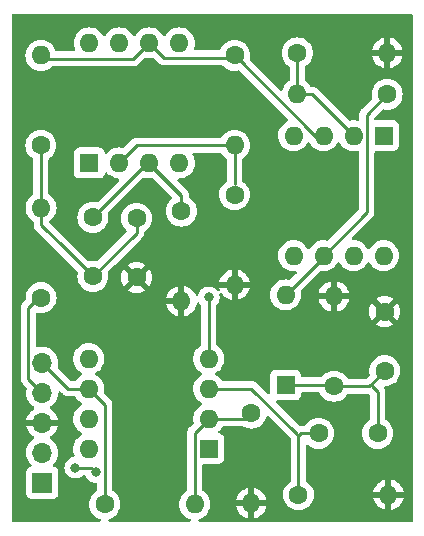
<source format=gbr>
%TF.GenerationSoftware,KiCad,Pcbnew,(6.0.5-0)*%
%TF.CreationDate,2022-06-21T19:00:10+05:30*%
%TF.ProjectId,AM_Receiver_PCB,414d5f52-6563-4656-9976-65725f504342,rev?*%
%TF.SameCoordinates,Original*%
%TF.FileFunction,Copper,L2,Bot*%
%TF.FilePolarity,Positive*%
%FSLAX46Y46*%
G04 Gerber Fmt 4.6, Leading zero omitted, Abs format (unit mm)*
G04 Created by KiCad (PCBNEW (6.0.5-0)) date 2022-06-21 19:00:10*
%MOMM*%
%LPD*%
G01*
G04 APERTURE LIST*
%TA.AperFunction,ComponentPad*%
%ADD10O,1.600000X1.600000*%
%TD*%
%TA.AperFunction,ComponentPad*%
%ADD11C,1.600000*%
%TD*%
%TA.AperFunction,ComponentPad*%
%ADD12R,1.600000X1.600000*%
%TD*%
%TA.AperFunction,ComponentPad*%
%ADD13O,1.700000X1.700000*%
%TD*%
%TA.AperFunction,ComponentPad*%
%ADD14R,1.700000X1.700000*%
%TD*%
%TA.AperFunction,ViaPad*%
%ADD15C,0.800000*%
%TD*%
%TA.AperFunction,Conductor*%
%ADD16C,0.250000*%
%TD*%
G04 APERTURE END LIST*
D10*
%TO.P,R3,2*%
%TO.N,Net-(C1-Pad2)*%
X86000000Y-77890000D03*
D11*
%TO.P,R3,1*%
%TO.N,V_in*%
X86000000Y-85510000D03*
%TD*%
D12*
%TO.P,U2,1,NULL*%
%TO.N,unconnected-(U2-Pad1)*%
X115000000Y-71800000D03*
D10*
%TO.P,U2,2,-*%
%TO.N,Net-(R1-Pad2)*%
X112460000Y-71800000D03*
%TO.P,U2,3,+*%
%TO.N,Net-(R5-Pad2)*%
X109920000Y-71800000D03*
%TO.P,U2,4,V-*%
%TO.N,-5V*%
X107380000Y-71800000D03*
%TO.P,U2,5,NULL*%
%TO.N,unconnected-(U2-Pad5)*%
X107380000Y-81960000D03*
%TO.P,U2,6*%
%TO.N,Net-(R1-Pad1)*%
X109920000Y-81960000D03*
%TO.P,U2,7,V+*%
%TO.N,+5V*%
X112460000Y-81960000D03*
%TO.P,U2,8,NC*%
%TO.N,unconnected-(U2-Pad8)*%
X115000000Y-81960000D03*
%TD*%
D12*
%TO.P,U3,1,NULL*%
%TO.N,unconnected-(U3-Pad1)*%
X100200000Y-98300000D03*
D10*
%TO.P,U3,2,-*%
%TO.N,Net-(R10-Pad2)*%
X100200000Y-95760000D03*
%TO.P,U3,3,+*%
%TO.N,Net-(C4-Pad2)*%
X100200000Y-93220000D03*
%TO.P,U3,4,V-*%
%TO.N,-5V*%
X100200000Y-90680000D03*
%TO.P,U3,5,NULL*%
%TO.N,unconnected-(U3-Pad5)*%
X90040000Y-90680000D03*
%TO.P,U3,6*%
%TO.N,V_out*%
X90040000Y-93220000D03*
%TO.P,U3,7,V+*%
%TO.N,+5V*%
X90040000Y-95760000D03*
%TO.P,U3,8,NC*%
%TO.N,unconnected-(U3-Pad8)*%
X90040000Y-98300000D03*
%TD*%
D13*
%TO.P,J1,5,Pin_5*%
%TO.N,V_out*%
X86100000Y-91015000D03*
%TO.P,J1,4,Pin_4*%
%TO.N,V_in*%
X86100000Y-93555000D03*
%TO.P,J1,3,Pin_3*%
%TO.N,GND*%
X86100000Y-96095000D03*
%TO.P,J1,2,Pin_2*%
%TO.N,-5V*%
X86100000Y-98635000D03*
D14*
%TO.P,J1,1,Pin_1*%
%TO.N,+5V*%
X86100000Y-101175000D03*
%TD*%
D10*
%TO.P,U1,8,NC*%
%TO.N,unconnected-(U1-Pad8)*%
X90085000Y-63950000D03*
%TO.P,U1,7,V+*%
%TO.N,+5V*%
X92625000Y-63950000D03*
%TO.P,U1,6*%
%TO.N,Net-(R5-Pad2)*%
X95165000Y-63950000D03*
%TO.P,U1,5,NULL*%
%TO.N,unconnected-(U1-Pad5)*%
X97705000Y-63950000D03*
%TO.P,U1,4,V-*%
%TO.N,-5V*%
X97705000Y-74110000D03*
%TO.P,U1,3,+*%
%TO.N,Net-(C2-Pad2)*%
X95165000Y-74110000D03*
%TO.P,U1,2,-*%
%TO.N,Net-(R6-Pad2)*%
X92625000Y-74110000D03*
D12*
%TO.P,U1,1,NULL*%
%TO.N,unconnected-(U1-Pad1)*%
X90085000Y-74110000D03*
%TD*%
D10*
%TO.P,R11,2*%
%TO.N,GND*%
X103800000Y-102910000D03*
D11*
%TO.P,R11,1*%
%TO.N,Net-(R10-Pad2)*%
X103800000Y-95290000D03*
%TD*%
D10*
%TO.P,R10,2*%
%TO.N,Net-(R10-Pad2)*%
X99010000Y-103000000D03*
D11*
%TO.P,R10,1*%
%TO.N,V_out*%
X91390000Y-103000000D03*
%TD*%
D10*
%TO.P,R9,2*%
%TO.N,GND*%
X115420000Y-102200000D03*
D11*
%TO.P,R9,1*%
%TO.N,Net-(C4-Pad2)*%
X107800000Y-102200000D03*
%TD*%
%TO.P,R8,1*%
%TO.N,Net-(C3-Pad1)*%
X110800000Y-93010000D03*
D10*
%TO.P,R8,2*%
%TO.N,GND*%
X110800000Y-85390000D03*
%TD*%
D11*
%TO.P,R7,1*%
%TO.N,Net-(R6-Pad2)*%
X102385000Y-76800000D03*
D10*
%TO.P,R7,2*%
%TO.N,GND*%
X102385000Y-84420000D03*
%TD*%
%TO.P,R6,2*%
%TO.N,Net-(R6-Pad2)*%
X102385000Y-72620000D03*
D11*
%TO.P,R6,1*%
%TO.N,Net-(R5-Pad2)*%
X102385000Y-65000000D03*
%TD*%
%TO.P,R5,1*%
%TO.N,Net-(C1-Pad2)*%
X85985000Y-72620000D03*
D10*
%TO.P,R5,2*%
%TO.N,Net-(R5-Pad2)*%
X85985000Y-65000000D03*
%TD*%
D11*
%TO.P,R4,1*%
%TO.N,Net-(C2-Pad2)*%
X97885000Y-78190000D03*
D10*
%TO.P,R4,2*%
%TO.N,GND*%
X97885000Y-85810000D03*
%TD*%
%TO.P,R2,2*%
%TO.N,GND*%
X115320000Y-64800000D03*
D11*
%TO.P,R2,1*%
%TO.N,Net-(R1-Pad2)*%
X107700000Y-64800000D03*
%TD*%
%TO.P,R1,1*%
%TO.N,Net-(R1-Pad1)*%
X115310000Y-68300000D03*
D10*
%TO.P,R1,2*%
%TO.N,Net-(R1-Pad2)*%
X107690000Y-68300000D03*
%TD*%
D12*
%TO.P,D1,1,K*%
%TO.N,Net-(C3-Pad1)*%
X106700000Y-92910000D03*
D10*
%TO.P,D1,2,A*%
%TO.N,Net-(R1-Pad1)*%
X106700000Y-85290000D03*
%TD*%
D11*
%TO.P,C4,1*%
%TO.N,Net-(C3-Pad1)*%
X114500000Y-97000000D03*
%TO.P,C4,2*%
%TO.N,Net-(C4-Pad2)*%
X109500000Y-97000000D03*
%TD*%
%TO.P,C3,1*%
%TO.N,Net-(C3-Pad1)*%
X115100000Y-91700000D03*
%TO.P,C3,2*%
%TO.N,GND*%
X115100000Y-86700000D03*
%TD*%
%TO.P,C2,1*%
%TO.N,Net-(C1-Pad2)*%
X90385000Y-83710000D03*
%TO.P,C2,2*%
%TO.N,Net-(C2-Pad2)*%
X90385000Y-78710000D03*
%TD*%
%TO.P,C1,2*%
%TO.N,Net-(C1-Pad2)*%
X94085000Y-78810000D03*
%TO.P,C1,1*%
%TO.N,GND*%
X94085000Y-83810000D03*
%TD*%
D15*
%TO.N,-5V*%
X100200000Y-85500000D03*
X90665500Y-100300000D03*
X88900000Y-99900000D03*
%TD*%
D16*
%TO.N,Net-(C4-Pad2)*%
X109500000Y-97000000D02*
X108000000Y-97000000D01*
X108000000Y-97000000D02*
X107800000Y-97200000D01*
%TO.N,Net-(C3-Pad1)*%
X114500000Y-93500000D02*
X114000000Y-93000000D01*
X114500000Y-97000000D02*
X114500000Y-93500000D01*
%TO.N,Net-(C2-Pad2)*%
X97885000Y-78190000D02*
X97885000Y-76830000D01*
X97885000Y-76830000D02*
X95165000Y-74110000D01*
%TO.N,-5V*%
X100200000Y-90680000D02*
X100200000Y-85500000D01*
X90265500Y-99900000D02*
X90665500Y-100300000D01*
X88900000Y-99900000D02*
X90265500Y-99900000D01*
%TO.N,Net-(C4-Pad2)*%
X107800000Y-102200000D02*
X107800000Y-97200000D01*
X107800000Y-97200000D02*
X107600000Y-97000000D01*
%TO.N,Net-(C1-Pad2)*%
X86000000Y-77890000D02*
X86000000Y-79325000D01*
X86000000Y-79325000D02*
X90385000Y-83710000D01*
X85985000Y-72620000D02*
X85985000Y-77875000D01*
X85985000Y-77875000D02*
X86000000Y-77890000D01*
%TO.N,V_in*%
X86100000Y-93555000D02*
X84925489Y-92380489D01*
X84925489Y-92380489D02*
X84925489Y-86374511D01*
X84925489Y-86374511D02*
X85800000Y-85500000D01*
%TO.N,Net-(C4-Pad2)*%
X107600000Y-97000000D02*
X103820000Y-93220000D01*
X103820000Y-93220000D02*
X100200000Y-93220000D01*
%TO.N,GND*%
X104110000Y-102600000D02*
X103800000Y-102910000D01*
%TO.N,Net-(C3-Pad1)*%
X110800000Y-93010000D02*
X113790000Y-93010000D01*
X113790000Y-93010000D02*
X115100000Y-91700000D01*
X106700000Y-92910000D02*
X110700000Y-92910000D01*
X110700000Y-92910000D02*
X110800000Y-93010000D01*
%TO.N,Net-(R1-Pad1)*%
X106700000Y-85290000D02*
X109920000Y-82070000D01*
X109920000Y-82070000D02*
X109920000Y-81960000D01*
X115310000Y-68300000D02*
X113584511Y-70025489D01*
X113584511Y-70025489D02*
X113584511Y-78295489D01*
X113584511Y-78295489D02*
X109920000Y-81960000D01*
%TO.N,Net-(R1-Pad2)*%
X107700000Y-64800000D02*
X107700000Y-68290000D01*
X107700000Y-68290000D02*
X107690000Y-68300000D01*
X107690000Y-68300000D02*
X108960000Y-68300000D01*
X108960000Y-68300000D02*
X112460000Y-71800000D01*
%TO.N,Net-(R5-Pad2)*%
X102385000Y-65000000D02*
X109185000Y-71800000D01*
X109185000Y-71800000D02*
X109920000Y-71800000D01*
%TO.N,Net-(R10-Pad2)*%
X100200000Y-95760000D02*
X103330000Y-95760000D01*
X103330000Y-95760000D02*
X103800000Y-95290000D01*
X99010000Y-102200000D02*
X99010000Y-96950000D01*
X99010000Y-96950000D02*
X100200000Y-95760000D01*
%TO.N,V_out*%
X90040000Y-93220000D02*
X88305000Y-93220000D01*
X88305000Y-93220000D02*
X86100000Y-91015000D01*
X91390000Y-102200000D02*
X91390000Y-94570000D01*
X91390000Y-94570000D02*
X90040000Y-93220000D01*
%TO.N,Net-(C2-Pad2)*%
X97885000Y-76900000D02*
X95165000Y-74180000D01*
X95165000Y-74180000D02*
X95165000Y-74110000D01*
X90385000Y-78710000D02*
X94985000Y-74110000D01*
X94985000Y-74110000D02*
X95165000Y-74110000D01*
%TO.N,Net-(C1-Pad2)*%
X94085000Y-78810000D02*
X94085000Y-80010000D01*
X94085000Y-80010000D02*
X90385000Y-83710000D01*
%TO.N,GND*%
X97985000Y-84420000D02*
X97885000Y-84520000D01*
%TO.N,Net-(C1-Pad2)*%
X90185000Y-83910000D02*
X90385000Y-83710000D01*
X87585000Y-80910000D02*
X90385000Y-83710000D01*
%TO.N,Net-(R6-Pad2)*%
X102385000Y-75900000D02*
X102385000Y-72620000D01*
X102385000Y-72620000D02*
X94115000Y-72620000D01*
X94115000Y-72620000D02*
X92625000Y-74110000D01*
%TO.N,Net-(R5-Pad2)*%
X102385000Y-65000000D02*
X102175000Y-65210000D01*
X102175000Y-65210000D02*
X96425000Y-65210000D01*
X96425000Y-65210000D02*
X95165000Y-63950000D01*
X85985000Y-65300000D02*
X93815000Y-65300000D01*
X93815000Y-65300000D02*
X95165000Y-63950000D01*
%TD*%
%TA.AperFunction,Conductor*%
%TO.N,GND*%
G36*
X117433621Y-61528502D02*
G01*
X117480114Y-61582158D01*
X117491500Y-61634500D01*
X117491500Y-104365500D01*
X117471498Y-104433621D01*
X117417842Y-104480114D01*
X117365500Y-104491500D01*
X99456366Y-104491500D01*
X99388245Y-104471498D01*
X99341752Y-104417842D01*
X99331648Y-104347568D01*
X99361142Y-104282988D01*
X99423755Y-104243793D01*
X99453933Y-104235707D01*
X99453935Y-104235706D01*
X99459243Y-104234284D01*
X99464225Y-104231961D01*
X99661762Y-104139849D01*
X99661767Y-104139846D01*
X99666749Y-104137523D01*
X99800412Y-104043931D01*
X99849789Y-104009357D01*
X99849792Y-104009355D01*
X99854300Y-104006198D01*
X100016198Y-103844300D01*
X100147523Y-103656749D01*
X100149846Y-103651767D01*
X100149849Y-103651762D01*
X100241961Y-103454225D01*
X100241961Y-103454224D01*
X100244284Y-103449243D01*
X100275066Y-103334366D01*
X100302119Y-103233402D01*
X100302119Y-103233400D01*
X100303543Y-103228087D01*
X100308054Y-103176522D01*
X102517273Y-103176522D01*
X102564764Y-103353761D01*
X102568510Y-103364053D01*
X102660586Y-103561511D01*
X102666069Y-103571007D01*
X102791028Y-103749467D01*
X102798084Y-103757875D01*
X102952125Y-103911916D01*
X102960533Y-103918972D01*
X103138993Y-104043931D01*
X103148489Y-104049414D01*
X103345947Y-104141490D01*
X103356239Y-104145236D01*
X103528503Y-104191394D01*
X103542599Y-104191058D01*
X103546000Y-104183116D01*
X103546000Y-104177967D01*
X104054000Y-104177967D01*
X104057973Y-104191498D01*
X104066522Y-104192727D01*
X104243761Y-104145236D01*
X104254053Y-104141490D01*
X104451511Y-104049414D01*
X104461007Y-104043931D01*
X104639467Y-103918972D01*
X104647875Y-103911916D01*
X104801916Y-103757875D01*
X104808972Y-103749467D01*
X104933931Y-103571007D01*
X104939414Y-103561511D01*
X105031490Y-103364053D01*
X105035236Y-103353761D01*
X105081394Y-103181497D01*
X105081058Y-103167401D01*
X105073116Y-103164000D01*
X104072115Y-103164000D01*
X104056876Y-103168475D01*
X104055671Y-103169865D01*
X104054000Y-103177548D01*
X104054000Y-104177967D01*
X103546000Y-104177967D01*
X103546000Y-103182115D01*
X103541525Y-103166876D01*
X103540135Y-103165671D01*
X103532452Y-103164000D01*
X102532033Y-103164000D01*
X102518502Y-103167973D01*
X102517273Y-103176522D01*
X100308054Y-103176522D01*
X100323498Y-103000000D01*
X100303543Y-102771913D01*
X100272036Y-102654329D01*
X100267795Y-102638503D01*
X102518606Y-102638503D01*
X102518942Y-102652599D01*
X102526884Y-102656000D01*
X103527885Y-102656000D01*
X103543124Y-102651525D01*
X103544329Y-102650135D01*
X103546000Y-102642452D01*
X103546000Y-102637885D01*
X104054000Y-102637885D01*
X104058475Y-102653124D01*
X104059865Y-102654329D01*
X104067548Y-102656000D01*
X105067967Y-102656000D01*
X105081498Y-102652027D01*
X105082727Y-102643478D01*
X105035236Y-102466239D01*
X105031490Y-102455947D01*
X104939414Y-102258489D01*
X104933931Y-102248993D01*
X104808972Y-102070533D01*
X104801916Y-102062125D01*
X104647875Y-101908084D01*
X104639467Y-101901028D01*
X104461007Y-101776069D01*
X104451511Y-101770586D01*
X104254053Y-101678510D01*
X104243761Y-101674764D01*
X104071497Y-101628606D01*
X104057401Y-101628942D01*
X104054000Y-101636884D01*
X104054000Y-102637885D01*
X103546000Y-102637885D01*
X103546000Y-101642033D01*
X103542027Y-101628502D01*
X103533478Y-101627273D01*
X103356239Y-101674764D01*
X103345947Y-101678510D01*
X103148489Y-101770586D01*
X103138993Y-101776069D01*
X102960533Y-101901028D01*
X102952125Y-101908084D01*
X102798084Y-102062125D01*
X102791028Y-102070533D01*
X102666069Y-102248993D01*
X102660586Y-102258489D01*
X102568510Y-102455947D01*
X102564764Y-102466239D01*
X102518606Y-102638503D01*
X100267795Y-102638503D01*
X100245707Y-102556067D01*
X100245706Y-102556065D01*
X100244284Y-102550757D01*
X100207325Y-102471497D01*
X100149849Y-102348238D01*
X100149846Y-102348233D01*
X100147523Y-102343251D01*
X100016198Y-102155700D01*
X99854300Y-101993802D01*
X99849792Y-101990645D01*
X99849789Y-101990643D01*
X99697229Y-101883819D01*
X99652901Y-101828362D01*
X99643500Y-101780606D01*
X99643500Y-99734500D01*
X99663502Y-99666379D01*
X99717158Y-99619886D01*
X99769500Y-99608500D01*
X101048134Y-99608500D01*
X101110316Y-99601745D01*
X101246705Y-99550615D01*
X101363261Y-99463261D01*
X101450615Y-99346705D01*
X101501745Y-99210316D01*
X101508500Y-99148134D01*
X101508500Y-97451866D01*
X101501745Y-97389684D01*
X101450615Y-97253295D01*
X101363261Y-97136739D01*
X101246705Y-97049385D01*
X101110316Y-96998255D01*
X101099526Y-96997083D01*
X101097394Y-96996197D01*
X101094778Y-96995575D01*
X101094879Y-96995152D01*
X101033965Y-96969845D01*
X100993537Y-96911483D01*
X100991078Y-96840529D01*
X101027371Y-96779510D01*
X101036031Y-96772511D01*
X101039793Y-96769354D01*
X101044300Y-96766198D01*
X101206198Y-96604300D01*
X101214507Y-96592434D01*
X101316181Y-96447229D01*
X101371638Y-96402901D01*
X101419394Y-96393500D01*
X103054933Y-96393500D01*
X103127203Y-96416286D01*
X103143251Y-96427523D01*
X103148233Y-96429846D01*
X103148238Y-96429849D01*
X103321182Y-96510493D01*
X103350757Y-96524284D01*
X103356065Y-96525706D01*
X103356067Y-96525707D01*
X103566598Y-96582119D01*
X103566600Y-96582119D01*
X103571913Y-96583543D01*
X103800000Y-96603498D01*
X104028087Y-96583543D01*
X104033400Y-96582119D01*
X104033402Y-96582119D01*
X104243933Y-96525707D01*
X104243935Y-96525706D01*
X104249243Y-96524284D01*
X104278818Y-96510493D01*
X104451762Y-96429849D01*
X104451767Y-96429846D01*
X104456749Y-96427523D01*
X104593408Y-96331833D01*
X104639789Y-96299357D01*
X104639792Y-96299355D01*
X104644300Y-96296198D01*
X104806198Y-96134300D01*
X104814450Y-96122516D01*
X104906788Y-95990643D01*
X104937523Y-95946749D01*
X104939846Y-95941767D01*
X104939849Y-95941762D01*
X105031961Y-95744225D01*
X105031961Y-95744224D01*
X105034284Y-95739243D01*
X105064244Y-95627431D01*
X105101194Y-95566810D01*
X105165055Y-95535789D01*
X105235550Y-95544217D01*
X105275045Y-95570949D01*
X107129595Y-97425499D01*
X107163621Y-97487811D01*
X107166500Y-97514594D01*
X107166500Y-100980606D01*
X107146498Y-101048727D01*
X107112771Y-101083819D01*
X106960211Y-101190643D01*
X106960208Y-101190645D01*
X106955700Y-101193802D01*
X106793802Y-101355700D01*
X106662477Y-101543251D01*
X106660154Y-101548233D01*
X106660151Y-101548238D01*
X106601152Y-101674764D01*
X106565716Y-101750757D01*
X106564294Y-101756065D01*
X106564293Y-101756067D01*
X106516756Y-101933478D01*
X106506457Y-101971913D01*
X106486502Y-102200000D01*
X106506457Y-102428087D01*
X106507881Y-102433400D01*
X106507881Y-102433402D01*
X106562673Y-102637885D01*
X106565716Y-102649243D01*
X106568039Y-102654224D01*
X106568039Y-102654225D01*
X106660151Y-102851762D01*
X106660154Y-102851767D01*
X106662477Y-102856749D01*
X106793802Y-103044300D01*
X106955700Y-103206198D01*
X106960208Y-103209355D01*
X106960211Y-103209357D01*
X106994551Y-103233402D01*
X107143251Y-103337523D01*
X107148233Y-103339846D01*
X107148238Y-103339849D01*
X107344765Y-103431490D01*
X107350757Y-103434284D01*
X107356065Y-103435706D01*
X107356067Y-103435707D01*
X107566598Y-103492119D01*
X107566600Y-103492119D01*
X107571913Y-103493543D01*
X107800000Y-103513498D01*
X108028087Y-103493543D01*
X108033400Y-103492119D01*
X108033402Y-103492119D01*
X108243933Y-103435707D01*
X108243935Y-103435706D01*
X108249243Y-103434284D01*
X108255235Y-103431490D01*
X108451762Y-103339849D01*
X108451767Y-103339846D01*
X108456749Y-103337523D01*
X108605449Y-103233402D01*
X108639789Y-103209357D01*
X108639792Y-103209355D01*
X108644300Y-103206198D01*
X108806198Y-103044300D01*
X108937523Y-102856749D01*
X108939846Y-102851767D01*
X108939849Y-102851762D01*
X109031961Y-102654225D01*
X109031961Y-102654224D01*
X109034284Y-102649243D01*
X109037328Y-102637885D01*
X109083245Y-102466522D01*
X114137273Y-102466522D01*
X114184764Y-102643761D01*
X114188510Y-102654053D01*
X114280586Y-102851511D01*
X114286069Y-102861007D01*
X114411028Y-103039467D01*
X114418084Y-103047875D01*
X114572125Y-103201916D01*
X114580533Y-103208972D01*
X114758993Y-103333931D01*
X114768489Y-103339414D01*
X114965947Y-103431490D01*
X114976239Y-103435236D01*
X115148503Y-103481394D01*
X115162599Y-103481058D01*
X115166000Y-103473116D01*
X115166000Y-103467967D01*
X115674000Y-103467967D01*
X115677973Y-103481498D01*
X115686522Y-103482727D01*
X115863761Y-103435236D01*
X115874053Y-103431490D01*
X116071511Y-103339414D01*
X116081007Y-103333931D01*
X116259467Y-103208972D01*
X116267875Y-103201916D01*
X116421916Y-103047875D01*
X116428972Y-103039467D01*
X116553931Y-102861007D01*
X116559414Y-102851511D01*
X116651490Y-102654053D01*
X116655236Y-102643761D01*
X116701394Y-102471497D01*
X116701058Y-102457401D01*
X116693116Y-102454000D01*
X115692115Y-102454000D01*
X115676876Y-102458475D01*
X115675671Y-102459865D01*
X115674000Y-102467548D01*
X115674000Y-103467967D01*
X115166000Y-103467967D01*
X115166000Y-102472115D01*
X115161525Y-102456876D01*
X115160135Y-102455671D01*
X115152452Y-102454000D01*
X114152033Y-102454000D01*
X114138502Y-102457973D01*
X114137273Y-102466522D01*
X109083245Y-102466522D01*
X109092119Y-102433402D01*
X109092119Y-102433400D01*
X109093543Y-102428087D01*
X109113498Y-102200000D01*
X109093543Y-101971913D01*
X109083244Y-101933478D01*
X109081911Y-101928503D01*
X114138606Y-101928503D01*
X114138942Y-101942599D01*
X114146884Y-101946000D01*
X115147885Y-101946000D01*
X115163124Y-101941525D01*
X115164329Y-101940135D01*
X115166000Y-101932452D01*
X115166000Y-101927885D01*
X115674000Y-101927885D01*
X115678475Y-101943124D01*
X115679865Y-101944329D01*
X115687548Y-101946000D01*
X116687967Y-101946000D01*
X116701498Y-101942027D01*
X116702727Y-101933478D01*
X116655236Y-101756239D01*
X116651490Y-101745947D01*
X116559414Y-101548489D01*
X116553931Y-101538993D01*
X116428972Y-101360533D01*
X116421916Y-101352125D01*
X116267875Y-101198084D01*
X116259467Y-101191028D01*
X116081007Y-101066069D01*
X116071511Y-101060586D01*
X115874053Y-100968510D01*
X115863761Y-100964764D01*
X115691497Y-100918606D01*
X115677401Y-100918942D01*
X115674000Y-100926884D01*
X115674000Y-101927885D01*
X115166000Y-101927885D01*
X115166000Y-100932033D01*
X115162027Y-100918502D01*
X115153478Y-100917273D01*
X114976239Y-100964764D01*
X114965947Y-100968510D01*
X114768489Y-101060586D01*
X114758993Y-101066069D01*
X114580533Y-101191028D01*
X114572125Y-101198084D01*
X114418084Y-101352125D01*
X114411028Y-101360533D01*
X114286069Y-101538993D01*
X114280586Y-101548489D01*
X114188510Y-101745947D01*
X114184764Y-101756239D01*
X114138606Y-101928503D01*
X109081911Y-101928503D01*
X109035707Y-101756067D01*
X109035706Y-101756065D01*
X109034284Y-101750757D01*
X108998848Y-101674764D01*
X108939849Y-101548238D01*
X108939846Y-101548233D01*
X108937523Y-101543251D01*
X108806198Y-101355700D01*
X108644300Y-101193802D01*
X108639792Y-101190645D01*
X108639789Y-101190643D01*
X108487229Y-101083819D01*
X108442901Y-101028362D01*
X108433500Y-100980606D01*
X108433500Y-98088188D01*
X108453502Y-98020067D01*
X108507158Y-97973574D01*
X108577432Y-97963470D01*
X108642012Y-97992964D01*
X108648595Y-97999093D01*
X108655700Y-98006198D01*
X108660208Y-98009355D01*
X108660211Y-98009357D01*
X108675507Y-98020067D01*
X108843251Y-98137523D01*
X108848233Y-98139846D01*
X108848238Y-98139849D01*
X108978778Y-98200720D01*
X109050757Y-98234284D01*
X109056065Y-98235706D01*
X109056067Y-98235707D01*
X109266598Y-98292119D01*
X109266600Y-98292119D01*
X109271913Y-98293543D01*
X109500000Y-98313498D01*
X109728087Y-98293543D01*
X109733400Y-98292119D01*
X109733402Y-98292119D01*
X109943933Y-98235707D01*
X109943935Y-98235706D01*
X109949243Y-98234284D01*
X110021222Y-98200720D01*
X110151762Y-98139849D01*
X110151767Y-98139846D01*
X110156749Y-98137523D01*
X110324493Y-98020067D01*
X110339789Y-98009357D01*
X110339792Y-98009355D01*
X110344300Y-98006198D01*
X110506198Y-97844300D01*
X110537598Y-97799457D01*
X110634366Y-97661257D01*
X110637523Y-97656749D01*
X110639846Y-97651767D01*
X110639849Y-97651762D01*
X110731961Y-97454225D01*
X110731961Y-97454224D01*
X110734284Y-97449243D01*
X110752226Y-97382285D01*
X110792119Y-97233402D01*
X110792119Y-97233400D01*
X110793543Y-97228087D01*
X110813498Y-97000000D01*
X110793543Y-96771913D01*
X110791578Y-96764580D01*
X110735707Y-96556067D01*
X110735706Y-96556065D01*
X110734284Y-96550757D01*
X110715509Y-96510493D01*
X110639849Y-96348238D01*
X110639846Y-96348233D01*
X110637523Y-96343251D01*
X110539971Y-96203933D01*
X110509357Y-96160211D01*
X110509355Y-96160208D01*
X110506198Y-96155700D01*
X110344300Y-95993802D01*
X110339792Y-95990645D01*
X110339789Y-95990643D01*
X110187228Y-95883819D01*
X110156749Y-95862477D01*
X110151767Y-95860154D01*
X110151762Y-95860151D01*
X109954225Y-95768039D01*
X109954224Y-95768039D01*
X109949243Y-95765716D01*
X109943935Y-95764294D01*
X109943933Y-95764293D01*
X109733402Y-95707881D01*
X109733400Y-95707881D01*
X109728087Y-95706457D01*
X109500000Y-95686502D01*
X109271913Y-95706457D01*
X109266600Y-95707881D01*
X109266598Y-95707881D01*
X109056067Y-95764293D01*
X109056065Y-95764294D01*
X109050757Y-95765716D01*
X109045776Y-95768039D01*
X109045775Y-95768039D01*
X108848238Y-95860151D01*
X108848233Y-95860154D01*
X108843251Y-95862477D01*
X108812772Y-95883819D01*
X108660211Y-95990643D01*
X108660208Y-95990645D01*
X108655700Y-95993802D01*
X108493802Y-96155700D01*
X108490645Y-96160208D01*
X108490643Y-96160211D01*
X108383819Y-96312771D01*
X108328362Y-96357099D01*
X108280606Y-96366500D01*
X108078768Y-96366500D01*
X108067585Y-96365973D01*
X108060092Y-96364298D01*
X108052166Y-96364547D01*
X108052165Y-96364547D01*
X107992002Y-96366438D01*
X107988044Y-96366500D01*
X107960144Y-96366500D01*
X107956154Y-96367004D01*
X107944318Y-96367936D01*
X107920790Y-96368676D01*
X107852075Y-96350823D01*
X107827738Y-96331833D01*
X105929500Y-94433595D01*
X105895474Y-94371283D01*
X105900539Y-94300468D01*
X105943086Y-94243632D01*
X106009606Y-94218821D01*
X106018595Y-94218500D01*
X107548134Y-94218500D01*
X107610316Y-94211745D01*
X107746705Y-94160615D01*
X107863261Y-94073261D01*
X107950615Y-93956705D01*
X108001745Y-93820316D01*
X108008500Y-93758134D01*
X108008500Y-93669500D01*
X108028502Y-93601379D01*
X108082158Y-93554886D01*
X108134500Y-93543500D01*
X109524734Y-93543500D01*
X109592855Y-93563502D01*
X109638929Y-93616250D01*
X109660151Y-93661762D01*
X109660154Y-93661767D01*
X109662477Y-93666749D01*
X109711378Y-93736586D01*
X109789407Y-93848023D01*
X109793802Y-93854300D01*
X109955700Y-94016198D01*
X109960208Y-94019355D01*
X109960211Y-94019357D01*
X110026940Y-94066081D01*
X110143251Y-94147523D01*
X110148233Y-94149846D01*
X110148238Y-94149849D01*
X110345775Y-94241961D01*
X110350757Y-94244284D01*
X110356065Y-94245706D01*
X110356067Y-94245707D01*
X110566598Y-94302119D01*
X110566600Y-94302119D01*
X110571913Y-94303543D01*
X110800000Y-94323498D01*
X111028087Y-94303543D01*
X111033400Y-94302119D01*
X111033402Y-94302119D01*
X111243933Y-94245707D01*
X111243935Y-94245706D01*
X111249243Y-94244284D01*
X111254225Y-94241961D01*
X111451762Y-94149849D01*
X111451767Y-94149846D01*
X111456749Y-94147523D01*
X111573060Y-94066081D01*
X111639789Y-94019357D01*
X111639792Y-94019355D01*
X111644300Y-94016198D01*
X111806198Y-93854300D01*
X111809357Y-93849789D01*
X111916181Y-93697229D01*
X111971638Y-93652901D01*
X112019394Y-93643500D01*
X113695405Y-93643500D01*
X113763526Y-93663502D01*
X113784500Y-93680405D01*
X113829595Y-93725500D01*
X113863621Y-93787812D01*
X113866500Y-93814595D01*
X113866500Y-95780606D01*
X113846498Y-95848727D01*
X113812771Y-95883819D01*
X113660211Y-95990643D01*
X113660208Y-95990645D01*
X113655700Y-95993802D01*
X113493802Y-96155700D01*
X113490645Y-96160208D01*
X113490643Y-96160211D01*
X113460029Y-96203933D01*
X113362477Y-96343251D01*
X113360154Y-96348233D01*
X113360151Y-96348238D01*
X113284491Y-96510493D01*
X113265716Y-96550757D01*
X113264294Y-96556065D01*
X113264293Y-96556067D01*
X113208422Y-96764580D01*
X113206457Y-96771913D01*
X113186502Y-97000000D01*
X113206457Y-97228087D01*
X113207881Y-97233400D01*
X113207881Y-97233402D01*
X113247775Y-97382285D01*
X113265716Y-97449243D01*
X113268039Y-97454224D01*
X113268039Y-97454225D01*
X113360151Y-97651762D01*
X113360154Y-97651767D01*
X113362477Y-97656749D01*
X113365634Y-97661257D01*
X113462403Y-97799457D01*
X113493802Y-97844300D01*
X113655700Y-98006198D01*
X113660208Y-98009355D01*
X113660211Y-98009357D01*
X113675507Y-98020067D01*
X113843251Y-98137523D01*
X113848233Y-98139846D01*
X113848238Y-98139849D01*
X113978778Y-98200720D01*
X114050757Y-98234284D01*
X114056065Y-98235706D01*
X114056067Y-98235707D01*
X114266598Y-98292119D01*
X114266600Y-98292119D01*
X114271913Y-98293543D01*
X114500000Y-98313498D01*
X114728087Y-98293543D01*
X114733400Y-98292119D01*
X114733402Y-98292119D01*
X114943933Y-98235707D01*
X114943935Y-98235706D01*
X114949243Y-98234284D01*
X115021222Y-98200720D01*
X115151762Y-98139849D01*
X115151767Y-98139846D01*
X115156749Y-98137523D01*
X115324493Y-98020067D01*
X115339789Y-98009357D01*
X115339792Y-98009355D01*
X115344300Y-98006198D01*
X115506198Y-97844300D01*
X115537598Y-97799457D01*
X115634366Y-97661257D01*
X115637523Y-97656749D01*
X115639846Y-97651767D01*
X115639849Y-97651762D01*
X115731961Y-97454225D01*
X115731961Y-97454224D01*
X115734284Y-97449243D01*
X115752226Y-97382285D01*
X115792119Y-97233402D01*
X115792119Y-97233400D01*
X115793543Y-97228087D01*
X115813498Y-97000000D01*
X115793543Y-96771913D01*
X115791578Y-96764580D01*
X115735707Y-96556067D01*
X115735706Y-96556065D01*
X115734284Y-96550757D01*
X115715509Y-96510493D01*
X115639849Y-96348238D01*
X115639846Y-96348233D01*
X115637523Y-96343251D01*
X115539971Y-96203933D01*
X115509357Y-96160211D01*
X115509355Y-96160208D01*
X115506198Y-96155700D01*
X115344300Y-95993802D01*
X115339792Y-95990645D01*
X115339789Y-95990643D01*
X115187229Y-95883819D01*
X115142901Y-95828362D01*
X115133500Y-95780606D01*
X115133500Y-93578768D01*
X115134027Y-93567585D01*
X115135702Y-93560092D01*
X115133562Y-93492001D01*
X115133500Y-93488044D01*
X115133500Y-93460144D01*
X115132996Y-93456153D01*
X115132063Y-93444311D01*
X115132010Y-93442608D01*
X115130674Y-93400111D01*
X115128462Y-93392497D01*
X115128461Y-93392492D01*
X115125023Y-93380659D01*
X115121012Y-93361295D01*
X115119467Y-93349064D01*
X115118474Y-93341203D01*
X115115557Y-93333836D01*
X115115556Y-93333831D01*
X115102198Y-93300092D01*
X115098354Y-93288865D01*
X115088230Y-93254022D01*
X115086018Y-93246407D01*
X115075707Y-93228972D01*
X115067012Y-93211224D01*
X115059552Y-93192383D01*
X115058949Y-93191553D01*
X115044322Y-93125220D01*
X115068945Y-93058630D01*
X115125660Y-93015922D01*
X115159043Y-93008332D01*
X115213742Y-93003547D01*
X115322606Y-92994023D01*
X115322611Y-92994022D01*
X115328087Y-92993543D01*
X115333400Y-92992119D01*
X115333402Y-92992119D01*
X115543933Y-92935707D01*
X115543935Y-92935706D01*
X115549243Y-92934284D01*
X115554225Y-92931961D01*
X115751762Y-92839849D01*
X115751767Y-92839846D01*
X115756749Y-92837523D01*
X115894038Y-92741392D01*
X115939789Y-92709357D01*
X115939792Y-92709355D01*
X115944300Y-92706198D01*
X116106198Y-92544300D01*
X116115218Y-92531419D01*
X116181899Y-92436188D01*
X116237523Y-92356749D01*
X116239846Y-92351767D01*
X116239849Y-92351762D01*
X116331961Y-92154225D01*
X116331961Y-92154224D01*
X116334284Y-92149243D01*
X116372254Y-92007540D01*
X116392119Y-91933402D01*
X116392119Y-91933400D01*
X116393543Y-91928087D01*
X116413498Y-91700000D01*
X116393543Y-91471913D01*
X116376418Y-91408001D01*
X116335707Y-91256067D01*
X116335706Y-91256065D01*
X116334284Y-91250757D01*
X116279945Y-91134225D01*
X116239849Y-91048238D01*
X116239846Y-91048233D01*
X116237523Y-91043251D01*
X116164098Y-90938389D01*
X116109357Y-90860211D01*
X116109355Y-90860208D01*
X116106198Y-90855700D01*
X115944300Y-90693802D01*
X115939792Y-90690645D01*
X115939789Y-90690643D01*
X115861611Y-90635902D01*
X115756749Y-90562477D01*
X115751767Y-90560154D01*
X115751762Y-90560151D01*
X115554225Y-90468039D01*
X115554224Y-90468039D01*
X115549243Y-90465716D01*
X115543935Y-90464294D01*
X115543933Y-90464293D01*
X115333402Y-90407881D01*
X115333400Y-90407881D01*
X115328087Y-90406457D01*
X115100000Y-90386502D01*
X114871913Y-90406457D01*
X114866600Y-90407881D01*
X114866598Y-90407881D01*
X114656067Y-90464293D01*
X114656065Y-90464294D01*
X114650757Y-90465716D01*
X114645776Y-90468039D01*
X114645775Y-90468039D01*
X114448238Y-90560151D01*
X114448233Y-90560154D01*
X114443251Y-90562477D01*
X114338389Y-90635902D01*
X114260211Y-90690643D01*
X114260208Y-90690645D01*
X114255700Y-90693802D01*
X114093802Y-90855700D01*
X114090645Y-90860208D01*
X114090643Y-90860211D01*
X114035902Y-90938389D01*
X113962477Y-91043251D01*
X113960154Y-91048233D01*
X113960151Y-91048238D01*
X113920055Y-91134225D01*
X113865716Y-91250757D01*
X113864294Y-91256065D01*
X113864293Y-91256067D01*
X113823582Y-91408001D01*
X113806457Y-91471913D01*
X113786502Y-91700000D01*
X113806457Y-91928087D01*
X113807879Y-91933392D01*
X113807881Y-91933406D01*
X113823459Y-91991539D01*
X113821771Y-92062516D01*
X113790848Y-92113248D01*
X113659052Y-92245044D01*
X113564499Y-92339596D01*
X113502187Y-92373621D01*
X113475404Y-92376500D01*
X112019394Y-92376500D01*
X111951273Y-92356498D01*
X111916181Y-92322771D01*
X111809357Y-92170211D01*
X111809355Y-92170208D01*
X111806198Y-92165700D01*
X111644300Y-92003802D01*
X111639792Y-92000645D01*
X111639789Y-92000643D01*
X111536168Y-91928087D01*
X111456749Y-91872477D01*
X111451767Y-91870154D01*
X111451762Y-91870151D01*
X111254225Y-91778039D01*
X111254224Y-91778039D01*
X111249243Y-91775716D01*
X111243935Y-91774294D01*
X111243933Y-91774293D01*
X111033402Y-91717881D01*
X111033400Y-91717881D01*
X111028087Y-91716457D01*
X110800000Y-91696502D01*
X110571913Y-91716457D01*
X110566600Y-91717881D01*
X110566598Y-91717881D01*
X110356067Y-91774293D01*
X110356065Y-91774294D01*
X110350757Y-91775716D01*
X110345776Y-91778039D01*
X110345775Y-91778039D01*
X110148238Y-91870151D01*
X110148233Y-91870154D01*
X110143251Y-91872477D01*
X110063832Y-91928087D01*
X109960211Y-92000643D01*
X109960208Y-92000645D01*
X109955700Y-92003802D01*
X109793802Y-92165700D01*
X109790645Y-92170208D01*
X109790643Y-92170211D01*
X109753840Y-92222771D01*
X109698382Y-92267099D01*
X109650627Y-92276500D01*
X108134500Y-92276500D01*
X108066379Y-92256498D01*
X108019886Y-92202842D01*
X108008500Y-92150500D01*
X108008500Y-92061866D01*
X108001745Y-91999684D01*
X107950615Y-91863295D01*
X107863261Y-91746739D01*
X107746705Y-91659385D01*
X107610316Y-91608255D01*
X107548134Y-91601500D01*
X105851866Y-91601500D01*
X105789684Y-91608255D01*
X105653295Y-91659385D01*
X105536739Y-91746739D01*
X105449385Y-91863295D01*
X105398255Y-91999684D01*
X105391500Y-92061866D01*
X105391500Y-93591405D01*
X105371498Y-93659526D01*
X105317842Y-93706019D01*
X105247568Y-93716123D01*
X105182988Y-93686629D01*
X105176405Y-93680500D01*
X104323652Y-92827747D01*
X104316112Y-92819461D01*
X104312000Y-92812982D01*
X104262348Y-92766356D01*
X104259507Y-92763602D01*
X104239770Y-92743865D01*
X104236573Y-92741385D01*
X104227551Y-92733680D01*
X104217111Y-92723876D01*
X104195321Y-92703414D01*
X104188375Y-92699595D01*
X104188372Y-92699593D01*
X104177566Y-92693652D01*
X104161047Y-92682801D01*
X104158383Y-92680735D01*
X104145041Y-92670386D01*
X104137772Y-92667241D01*
X104137768Y-92667238D01*
X104104463Y-92652826D01*
X104093813Y-92647609D01*
X104055060Y-92626305D01*
X104035437Y-92621267D01*
X104016734Y-92614863D01*
X104005420Y-92609967D01*
X104005419Y-92609967D01*
X103998145Y-92606819D01*
X103990322Y-92605580D01*
X103990312Y-92605577D01*
X103954476Y-92599901D01*
X103942856Y-92597495D01*
X103907711Y-92588472D01*
X103907710Y-92588472D01*
X103900030Y-92586500D01*
X103879776Y-92586500D01*
X103860065Y-92584949D01*
X103847886Y-92583020D01*
X103840057Y-92581780D01*
X103832165Y-92582526D01*
X103796039Y-92585941D01*
X103784181Y-92586500D01*
X101419394Y-92586500D01*
X101351273Y-92566498D01*
X101316181Y-92532771D01*
X101209357Y-92380211D01*
X101209355Y-92380208D01*
X101206198Y-92375700D01*
X101044300Y-92213802D01*
X101039792Y-92210645D01*
X101039789Y-92210643D01*
X100900694Y-92113248D01*
X100856749Y-92082477D01*
X100851767Y-92080154D01*
X100851762Y-92080151D01*
X100817543Y-92064195D01*
X100764258Y-92017278D01*
X100744797Y-91949001D01*
X100765339Y-91881041D01*
X100817543Y-91835805D01*
X100851762Y-91819849D01*
X100851767Y-91819846D01*
X100856749Y-91817523D01*
X101024589Y-91700000D01*
X101039789Y-91689357D01*
X101039792Y-91689355D01*
X101044300Y-91686198D01*
X101206198Y-91524300D01*
X101246602Y-91466598D01*
X101334366Y-91341257D01*
X101337523Y-91336749D01*
X101339846Y-91331767D01*
X101339849Y-91331762D01*
X101431961Y-91134225D01*
X101431961Y-91134224D01*
X101434284Y-91129243D01*
X101455990Y-91048238D01*
X101492119Y-90913402D01*
X101492119Y-90913400D01*
X101493543Y-90908087D01*
X101513498Y-90680000D01*
X101493543Y-90451913D01*
X101481235Y-90405978D01*
X101435707Y-90236067D01*
X101435706Y-90236065D01*
X101434284Y-90230757D01*
X101410363Y-90179457D01*
X101339849Y-90028238D01*
X101339846Y-90028233D01*
X101337523Y-90023251D01*
X101236936Y-89879598D01*
X101209357Y-89840211D01*
X101209355Y-89840208D01*
X101206198Y-89835700D01*
X101044300Y-89673802D01*
X101039792Y-89670645D01*
X101039789Y-89670643D01*
X100887229Y-89563819D01*
X100842901Y-89508362D01*
X100833500Y-89460606D01*
X100833500Y-87786062D01*
X114378493Y-87786062D01*
X114387789Y-87798077D01*
X114438994Y-87833931D01*
X114448489Y-87839414D01*
X114645947Y-87931490D01*
X114656239Y-87935236D01*
X114866688Y-87991625D01*
X114877481Y-87993528D01*
X115094525Y-88012517D01*
X115105475Y-88012517D01*
X115322519Y-87993528D01*
X115333312Y-87991625D01*
X115543761Y-87935236D01*
X115554053Y-87931490D01*
X115751511Y-87839414D01*
X115761006Y-87833931D01*
X115813048Y-87797491D01*
X115821424Y-87787012D01*
X115814356Y-87773566D01*
X115112812Y-87072022D01*
X115098868Y-87064408D01*
X115097035Y-87064539D01*
X115090420Y-87068790D01*
X114384923Y-87774287D01*
X114378493Y-87786062D01*
X100833500Y-87786062D01*
X100833500Y-86705475D01*
X113787483Y-86705475D01*
X113806472Y-86922519D01*
X113808375Y-86933312D01*
X113864764Y-87143761D01*
X113868510Y-87154053D01*
X113960586Y-87351511D01*
X113966069Y-87361006D01*
X114002509Y-87413048D01*
X114012988Y-87421424D01*
X114026434Y-87414356D01*
X114727978Y-86712812D01*
X114734356Y-86701132D01*
X115464408Y-86701132D01*
X115464539Y-86702965D01*
X115468790Y-86709580D01*
X116174287Y-87415077D01*
X116186062Y-87421507D01*
X116198077Y-87412211D01*
X116233931Y-87361006D01*
X116239414Y-87351511D01*
X116331490Y-87154053D01*
X116335236Y-87143761D01*
X116391625Y-86933312D01*
X116393528Y-86922519D01*
X116412517Y-86705475D01*
X116412517Y-86694525D01*
X116393528Y-86477481D01*
X116391625Y-86466688D01*
X116335236Y-86256239D01*
X116331490Y-86245947D01*
X116239414Y-86048489D01*
X116233931Y-86038994D01*
X116197491Y-85986952D01*
X116187012Y-85978576D01*
X116173566Y-85985644D01*
X115472022Y-86687188D01*
X115464408Y-86701132D01*
X114734356Y-86701132D01*
X114735592Y-86698868D01*
X114735461Y-86697035D01*
X114731210Y-86690420D01*
X114025713Y-85984923D01*
X114013938Y-85978493D01*
X114001923Y-85987789D01*
X113966069Y-86038994D01*
X113960586Y-86048489D01*
X113868510Y-86245947D01*
X113864764Y-86256239D01*
X113808375Y-86466688D01*
X113806472Y-86477481D01*
X113787483Y-86694525D01*
X113787483Y-86705475D01*
X100833500Y-86705475D01*
X100833500Y-86202524D01*
X100853502Y-86134403D01*
X100865858Y-86118221D01*
X100939040Y-86036944D01*
X101034527Y-85871556D01*
X101093542Y-85689928D01*
X101100216Y-85626434D01*
X101112814Y-85506565D01*
X101113504Y-85500000D01*
X101093542Y-85310072D01*
X101078818Y-85264756D01*
X101076791Y-85193788D01*
X101113453Y-85132991D01*
X101177165Y-85101665D01*
X101247699Y-85109758D01*
X101301864Y-85153550D01*
X101376024Y-85259462D01*
X101383084Y-85267875D01*
X101537125Y-85421916D01*
X101545533Y-85428972D01*
X101723993Y-85553931D01*
X101733489Y-85559414D01*
X101930947Y-85651490D01*
X101941239Y-85655236D01*
X102113503Y-85701394D01*
X102127599Y-85701058D01*
X102131000Y-85693116D01*
X102131000Y-85687967D01*
X102639000Y-85687967D01*
X102642973Y-85701498D01*
X102651522Y-85702727D01*
X102828761Y-85655236D01*
X102839053Y-85651490D01*
X103036511Y-85559414D01*
X103046007Y-85553931D01*
X103224467Y-85428972D01*
X103232875Y-85421916D01*
X103386916Y-85267875D01*
X103393972Y-85259467D01*
X103518931Y-85081007D01*
X103524414Y-85071511D01*
X103616490Y-84874053D01*
X103620236Y-84863761D01*
X103666394Y-84691497D01*
X103666058Y-84677401D01*
X103658116Y-84674000D01*
X102657115Y-84674000D01*
X102641876Y-84678475D01*
X102640671Y-84679865D01*
X102639000Y-84687548D01*
X102639000Y-85687967D01*
X102131000Y-85687967D01*
X102131000Y-84692115D01*
X102126525Y-84676876D01*
X102125135Y-84675671D01*
X102117452Y-84674000D01*
X101117033Y-84674000D01*
X101103502Y-84677973D01*
X101102273Y-84686521D01*
X101141084Y-84831363D01*
X101139394Y-84902340D01*
X101099600Y-84961136D01*
X101034336Y-84989084D01*
X100964322Y-84977311D01*
X100925741Y-84948286D01*
X100907010Y-84927483D01*
X100811253Y-84821134D01*
X100656752Y-84708882D01*
X100650724Y-84706198D01*
X100650722Y-84706197D01*
X100488319Y-84633891D01*
X100488318Y-84633891D01*
X100482288Y-84631206D01*
X100388887Y-84611353D01*
X100301944Y-84592872D01*
X100301939Y-84592872D01*
X100295487Y-84591500D01*
X100104513Y-84591500D01*
X100098061Y-84592872D01*
X100098056Y-84592872D01*
X100011113Y-84611353D01*
X99917712Y-84631206D01*
X99911682Y-84633891D01*
X99911681Y-84633891D01*
X99749278Y-84706197D01*
X99749276Y-84706198D01*
X99743248Y-84708882D01*
X99588747Y-84821134D01*
X99584329Y-84826041D01*
X99584325Y-84826045D01*
X99492352Y-84928192D01*
X99460960Y-84963056D01*
X99365473Y-85128444D01*
X99322903Y-85259462D01*
X99318508Y-85272987D01*
X99278434Y-85331593D01*
X99213038Y-85359230D01*
X99143081Y-85347123D01*
X99090775Y-85299117D01*
X99084480Y-85287301D01*
X99024414Y-85158489D01*
X99018931Y-85148993D01*
X98893972Y-84970533D01*
X98886916Y-84962125D01*
X98732875Y-84808084D01*
X98724467Y-84801028D01*
X98546007Y-84676069D01*
X98536511Y-84670586D01*
X98339053Y-84578510D01*
X98328761Y-84574764D01*
X98156497Y-84528606D01*
X98142401Y-84528942D01*
X98139000Y-84536884D01*
X98139000Y-87077967D01*
X98142973Y-87091498D01*
X98151522Y-87092727D01*
X98328761Y-87045236D01*
X98339053Y-87041490D01*
X98536511Y-86949414D01*
X98546007Y-86943931D01*
X98724467Y-86818972D01*
X98732875Y-86811916D01*
X98886916Y-86657875D01*
X98893972Y-86649467D01*
X99018931Y-86471007D01*
X99024414Y-86461511D01*
X99116490Y-86264053D01*
X99120236Y-86253761D01*
X99176625Y-86043312D01*
X99178528Y-86032520D01*
X99180529Y-86009651D01*
X99206392Y-85943533D01*
X99263896Y-85901893D01*
X99334783Y-85897952D01*
X99396547Y-85932961D01*
X99415169Y-85957632D01*
X99460960Y-86036944D01*
X99534137Y-86118215D01*
X99564853Y-86182221D01*
X99566500Y-86202524D01*
X99566500Y-89460606D01*
X99546498Y-89528727D01*
X99512771Y-89563819D01*
X99360211Y-89670643D01*
X99360208Y-89670645D01*
X99355700Y-89673802D01*
X99193802Y-89835700D01*
X99190645Y-89840208D01*
X99190643Y-89840211D01*
X99163064Y-89879598D01*
X99062477Y-90023251D01*
X99060154Y-90028233D01*
X99060151Y-90028238D01*
X98989637Y-90179457D01*
X98965716Y-90230757D01*
X98964294Y-90236065D01*
X98964293Y-90236067D01*
X98918765Y-90405978D01*
X98906457Y-90451913D01*
X98886502Y-90680000D01*
X98906457Y-90908087D01*
X98907881Y-90913400D01*
X98907881Y-90913402D01*
X98944011Y-91048238D01*
X98965716Y-91129243D01*
X98968039Y-91134224D01*
X98968039Y-91134225D01*
X99060151Y-91331762D01*
X99060154Y-91331767D01*
X99062477Y-91336749D01*
X99065634Y-91341257D01*
X99153399Y-91466598D01*
X99193802Y-91524300D01*
X99355700Y-91686198D01*
X99360208Y-91689355D01*
X99360211Y-91689357D01*
X99375411Y-91700000D01*
X99543251Y-91817523D01*
X99548233Y-91819846D01*
X99548238Y-91819849D01*
X99582457Y-91835805D01*
X99635742Y-91882722D01*
X99655203Y-91950999D01*
X99634661Y-92018959D01*
X99582457Y-92064195D01*
X99548238Y-92080151D01*
X99548233Y-92080154D01*
X99543251Y-92082477D01*
X99499306Y-92113248D01*
X99360211Y-92210643D01*
X99360208Y-92210645D01*
X99355700Y-92213802D01*
X99193802Y-92375700D01*
X99190645Y-92380208D01*
X99190643Y-92380211D01*
X99165317Y-92416381D01*
X99062477Y-92563251D01*
X99060154Y-92568233D01*
X99060151Y-92568238D01*
X98979409Y-92741392D01*
X98965716Y-92770757D01*
X98964294Y-92776065D01*
X98964293Y-92776067D01*
X98944599Y-92849566D01*
X98906457Y-92991913D01*
X98886502Y-93220000D01*
X98906457Y-93448087D01*
X98907880Y-93453398D01*
X98907881Y-93453402D01*
X98937383Y-93563502D01*
X98965716Y-93669243D01*
X98968039Y-93674224D01*
X98968039Y-93674225D01*
X99060151Y-93871762D01*
X99060154Y-93871767D01*
X99062477Y-93876749D01*
X99097774Y-93927158D01*
X99160121Y-94016198D01*
X99193802Y-94064300D01*
X99355700Y-94226198D01*
X99360208Y-94229355D01*
X99360211Y-94229357D01*
X99405798Y-94261277D01*
X99543251Y-94357523D01*
X99548233Y-94359846D01*
X99548238Y-94359849D01*
X99582457Y-94375805D01*
X99635742Y-94422722D01*
X99655203Y-94490999D01*
X99634661Y-94558959D01*
X99582457Y-94604195D01*
X99548238Y-94620151D01*
X99548233Y-94620154D01*
X99543251Y-94622477D01*
X99477771Y-94668327D01*
X99360211Y-94750643D01*
X99360208Y-94750645D01*
X99355700Y-94753802D01*
X99193802Y-94915700D01*
X99190645Y-94920208D01*
X99190643Y-94920211D01*
X99135902Y-94998389D01*
X99062477Y-95103251D01*
X99060154Y-95108233D01*
X99060151Y-95108238D01*
X98985688Y-95267926D01*
X98965716Y-95310757D01*
X98964294Y-95316065D01*
X98964293Y-95316067D01*
X98929279Y-95446739D01*
X98906457Y-95531913D01*
X98886502Y-95760000D01*
X98906457Y-95988087D01*
X98907879Y-95993392D01*
X98907881Y-95993406D01*
X98923459Y-96051539D01*
X98921771Y-96122516D01*
X98890848Y-96173248D01*
X98751324Y-96312771D01*
X98617742Y-96446353D01*
X98609463Y-96453887D01*
X98602982Y-96458000D01*
X98565940Y-96497446D01*
X98556357Y-96507651D01*
X98553602Y-96510493D01*
X98533865Y-96530230D01*
X98531385Y-96533427D01*
X98523682Y-96542447D01*
X98493414Y-96574679D01*
X98489595Y-96581625D01*
X98489593Y-96581628D01*
X98483652Y-96592434D01*
X98472801Y-96608953D01*
X98460386Y-96624959D01*
X98457241Y-96632228D01*
X98457238Y-96632232D01*
X98442826Y-96665537D01*
X98437609Y-96676187D01*
X98416305Y-96714940D01*
X98414334Y-96722615D01*
X98414334Y-96722616D01*
X98411267Y-96734562D01*
X98404863Y-96753266D01*
X98396819Y-96771855D01*
X98395580Y-96779678D01*
X98395577Y-96779688D01*
X98389901Y-96815524D01*
X98387495Y-96827144D01*
X98378472Y-96862289D01*
X98376500Y-96869970D01*
X98376500Y-96890224D01*
X98374949Y-96909934D01*
X98371780Y-96929943D01*
X98372526Y-96937835D01*
X98375941Y-96973961D01*
X98376500Y-96985819D01*
X98376500Y-101780606D01*
X98356498Y-101848727D01*
X98322771Y-101883819D01*
X98170211Y-101990643D01*
X98170208Y-101990645D01*
X98165700Y-101993802D01*
X98003802Y-102155700D01*
X97872477Y-102343251D01*
X97870154Y-102348233D01*
X97870151Y-102348238D01*
X97812675Y-102471497D01*
X97775716Y-102550757D01*
X97774294Y-102556065D01*
X97774293Y-102556067D01*
X97747964Y-102654329D01*
X97716457Y-102771913D01*
X97696502Y-103000000D01*
X97716457Y-103228087D01*
X97717881Y-103233400D01*
X97717881Y-103233402D01*
X97744935Y-103334366D01*
X97775716Y-103449243D01*
X97778039Y-103454224D01*
X97778039Y-103454225D01*
X97870151Y-103651762D01*
X97870154Y-103651767D01*
X97872477Y-103656749D01*
X98003802Y-103844300D01*
X98165700Y-104006198D01*
X98170208Y-104009355D01*
X98170211Y-104009357D01*
X98219588Y-104043931D01*
X98353251Y-104137523D01*
X98358233Y-104139846D01*
X98358238Y-104139849D01*
X98555775Y-104231961D01*
X98560757Y-104234284D01*
X98566065Y-104235706D01*
X98566067Y-104235707D01*
X98596245Y-104243793D01*
X98656868Y-104280745D01*
X98687889Y-104344605D01*
X98679461Y-104415100D01*
X98634258Y-104469847D01*
X98563634Y-104491500D01*
X91836366Y-104491500D01*
X91768245Y-104471498D01*
X91721752Y-104417842D01*
X91711648Y-104347568D01*
X91741142Y-104282988D01*
X91803755Y-104243793D01*
X91833933Y-104235707D01*
X91833935Y-104235706D01*
X91839243Y-104234284D01*
X91844225Y-104231961D01*
X92041762Y-104139849D01*
X92041767Y-104139846D01*
X92046749Y-104137523D01*
X92180412Y-104043931D01*
X92229789Y-104009357D01*
X92229792Y-104009355D01*
X92234300Y-104006198D01*
X92396198Y-103844300D01*
X92527523Y-103656749D01*
X92529846Y-103651767D01*
X92529849Y-103651762D01*
X92621961Y-103454225D01*
X92621961Y-103454224D01*
X92624284Y-103449243D01*
X92655066Y-103334366D01*
X92682119Y-103233402D01*
X92682119Y-103233400D01*
X92683543Y-103228087D01*
X92703498Y-103000000D01*
X92683543Y-102771913D01*
X92652036Y-102654329D01*
X92625707Y-102556067D01*
X92625706Y-102556065D01*
X92624284Y-102550757D01*
X92587325Y-102471497D01*
X92529849Y-102348238D01*
X92529846Y-102348233D01*
X92527523Y-102343251D01*
X92396198Y-102155700D01*
X92234300Y-101993802D01*
X92229792Y-101990645D01*
X92229789Y-101990643D01*
X92077229Y-101883819D01*
X92032901Y-101828362D01*
X92023500Y-101780606D01*
X92023500Y-94648767D01*
X92024027Y-94637584D01*
X92025702Y-94630091D01*
X92023562Y-94562014D01*
X92023500Y-94558055D01*
X92023500Y-94530144D01*
X92022995Y-94526144D01*
X92022062Y-94514301D01*
X92020922Y-94478029D01*
X92020673Y-94470110D01*
X92015022Y-94450658D01*
X92011014Y-94431306D01*
X92009467Y-94419063D01*
X92008474Y-94411203D01*
X92005556Y-94403832D01*
X91992200Y-94370097D01*
X91988355Y-94358870D01*
X91987046Y-94354366D01*
X91976018Y-94316407D01*
X91971984Y-94309585D01*
X91971981Y-94309579D01*
X91965706Y-94298968D01*
X91957010Y-94281218D01*
X91952472Y-94269756D01*
X91952469Y-94269751D01*
X91949552Y-94262383D01*
X91934715Y-94241961D01*
X91923573Y-94226625D01*
X91917057Y-94216707D01*
X91898575Y-94185457D01*
X91894542Y-94178637D01*
X91880218Y-94164313D01*
X91867376Y-94149278D01*
X91866101Y-94147523D01*
X91855472Y-94132893D01*
X91821406Y-94104711D01*
X91812627Y-94096722D01*
X91349152Y-93633247D01*
X91315126Y-93570935D01*
X91316540Y-93511541D01*
X91317745Y-93507043D01*
X91333543Y-93448087D01*
X91353498Y-93220000D01*
X91333543Y-92991913D01*
X91295401Y-92849566D01*
X91275707Y-92776067D01*
X91275706Y-92776065D01*
X91274284Y-92770757D01*
X91260591Y-92741392D01*
X91179849Y-92568238D01*
X91179846Y-92568233D01*
X91177523Y-92563251D01*
X91074683Y-92416381D01*
X91049357Y-92380211D01*
X91049355Y-92380208D01*
X91046198Y-92375700D01*
X90884300Y-92213802D01*
X90879792Y-92210645D01*
X90879789Y-92210643D01*
X90740694Y-92113248D01*
X90696749Y-92082477D01*
X90691767Y-92080154D01*
X90691762Y-92080151D01*
X90657543Y-92064195D01*
X90604258Y-92017278D01*
X90584797Y-91949001D01*
X90605339Y-91881041D01*
X90657543Y-91835805D01*
X90691762Y-91819849D01*
X90691767Y-91819846D01*
X90696749Y-91817523D01*
X90864589Y-91700000D01*
X90879789Y-91689357D01*
X90879792Y-91689355D01*
X90884300Y-91686198D01*
X91046198Y-91524300D01*
X91086602Y-91466598D01*
X91174366Y-91341257D01*
X91177523Y-91336749D01*
X91179846Y-91331767D01*
X91179849Y-91331762D01*
X91271961Y-91134225D01*
X91271961Y-91134224D01*
X91274284Y-91129243D01*
X91295990Y-91048238D01*
X91332119Y-90913402D01*
X91332119Y-90913400D01*
X91333543Y-90908087D01*
X91353498Y-90680000D01*
X91333543Y-90451913D01*
X91321235Y-90405978D01*
X91275707Y-90236067D01*
X91275706Y-90236065D01*
X91274284Y-90230757D01*
X91250363Y-90179457D01*
X91179849Y-90028238D01*
X91179846Y-90028233D01*
X91177523Y-90023251D01*
X91076936Y-89879598D01*
X91049357Y-89840211D01*
X91049355Y-89840208D01*
X91046198Y-89835700D01*
X90884300Y-89673802D01*
X90879792Y-89670645D01*
X90879789Y-89670643D01*
X90727228Y-89563819D01*
X90696749Y-89542477D01*
X90691767Y-89540154D01*
X90691762Y-89540151D01*
X90494225Y-89448039D01*
X90494224Y-89448039D01*
X90489243Y-89445716D01*
X90483935Y-89444294D01*
X90483933Y-89444293D01*
X90273402Y-89387881D01*
X90273400Y-89387881D01*
X90268087Y-89386457D01*
X90040000Y-89366502D01*
X89811913Y-89386457D01*
X89806600Y-89387881D01*
X89806598Y-89387881D01*
X89596067Y-89444293D01*
X89596065Y-89444294D01*
X89590757Y-89445716D01*
X89585776Y-89448039D01*
X89585775Y-89448039D01*
X89388238Y-89540151D01*
X89388233Y-89540154D01*
X89383251Y-89542477D01*
X89352772Y-89563819D01*
X89200211Y-89670643D01*
X89200208Y-89670645D01*
X89195700Y-89673802D01*
X89033802Y-89835700D01*
X89030645Y-89840208D01*
X89030643Y-89840211D01*
X89003064Y-89879598D01*
X88902477Y-90023251D01*
X88900154Y-90028233D01*
X88900151Y-90028238D01*
X88829637Y-90179457D01*
X88805716Y-90230757D01*
X88804294Y-90236065D01*
X88804293Y-90236067D01*
X88758765Y-90405978D01*
X88746457Y-90451913D01*
X88726502Y-90680000D01*
X88746457Y-90908087D01*
X88747881Y-90913400D01*
X88747881Y-90913402D01*
X88784011Y-91048238D01*
X88805716Y-91129243D01*
X88808039Y-91134224D01*
X88808039Y-91134225D01*
X88900151Y-91331762D01*
X88900154Y-91331767D01*
X88902477Y-91336749D01*
X88905634Y-91341257D01*
X88993399Y-91466598D01*
X89033802Y-91524300D01*
X89195700Y-91686198D01*
X89200208Y-91689355D01*
X89200211Y-91689357D01*
X89215411Y-91700000D01*
X89383251Y-91817523D01*
X89388233Y-91819846D01*
X89388238Y-91819849D01*
X89422457Y-91835805D01*
X89475742Y-91882722D01*
X89495203Y-91950999D01*
X89474661Y-92018959D01*
X89422457Y-92064195D01*
X89388238Y-92080151D01*
X89388233Y-92080154D01*
X89383251Y-92082477D01*
X89339306Y-92113248D01*
X89200211Y-92210643D01*
X89200208Y-92210645D01*
X89195700Y-92213802D01*
X89033802Y-92375700D01*
X89030645Y-92380208D01*
X89030643Y-92380211D01*
X88923819Y-92532771D01*
X88868362Y-92577099D01*
X88820606Y-92586500D01*
X88619594Y-92586500D01*
X88551473Y-92566498D01*
X88530499Y-92549595D01*
X87451218Y-91470313D01*
X87417192Y-91408001D01*
X87419755Y-91344589D01*
X87420768Y-91341257D01*
X87432370Y-91303069D01*
X87461529Y-91081590D01*
X87463156Y-91015000D01*
X87444852Y-90792361D01*
X87390431Y-90575702D01*
X87301354Y-90370840D01*
X87261906Y-90309862D01*
X87182822Y-90187617D01*
X87182820Y-90187614D01*
X87180014Y-90183277D01*
X87029670Y-90018051D01*
X87025619Y-90014852D01*
X87025615Y-90014848D01*
X86858414Y-89882800D01*
X86858410Y-89882798D01*
X86854359Y-89879598D01*
X86658789Y-89771638D01*
X86653920Y-89769914D01*
X86653916Y-89769912D01*
X86453087Y-89698795D01*
X86453083Y-89698794D01*
X86448212Y-89697069D01*
X86443119Y-89696162D01*
X86443116Y-89696161D01*
X86233373Y-89658800D01*
X86233367Y-89658799D01*
X86228284Y-89657894D01*
X86154452Y-89656992D01*
X86010081Y-89655228D01*
X86010079Y-89655228D01*
X86004911Y-89655165D01*
X85784091Y-89688955D01*
X85753986Y-89698795D01*
X85724134Y-89708552D01*
X85653170Y-89710703D01*
X85592308Y-89674147D01*
X85560872Y-89610490D01*
X85558989Y-89588787D01*
X85558989Y-86910697D01*
X85578991Y-86842576D01*
X85632647Y-86796083D01*
X85702921Y-86785979D01*
X85717600Y-86788990D01*
X85766598Y-86802119D01*
X85766600Y-86802119D01*
X85771913Y-86803543D01*
X86000000Y-86823498D01*
X86228087Y-86803543D01*
X86233400Y-86802119D01*
X86233402Y-86802119D01*
X86443933Y-86745707D01*
X86443935Y-86745706D01*
X86449243Y-86744284D01*
X86454225Y-86741961D01*
X86651762Y-86649849D01*
X86651767Y-86649846D01*
X86656749Y-86647523D01*
X86832752Y-86524284D01*
X86839789Y-86519357D01*
X86839792Y-86519355D01*
X86844300Y-86516198D01*
X87006198Y-86354300D01*
X87019390Y-86335461D01*
X87134366Y-86171257D01*
X87137523Y-86166749D01*
X87139846Y-86161767D01*
X87139849Y-86161762D01*
X87179597Y-86076522D01*
X96602273Y-86076522D01*
X96649764Y-86253761D01*
X96653510Y-86264053D01*
X96745586Y-86461511D01*
X96751069Y-86471007D01*
X96876028Y-86649467D01*
X96883084Y-86657875D01*
X97037125Y-86811916D01*
X97045533Y-86818972D01*
X97223993Y-86943931D01*
X97233489Y-86949414D01*
X97430947Y-87041490D01*
X97441239Y-87045236D01*
X97613503Y-87091394D01*
X97627599Y-87091058D01*
X97631000Y-87083116D01*
X97631000Y-86082115D01*
X97626525Y-86066876D01*
X97625135Y-86065671D01*
X97617452Y-86064000D01*
X96617033Y-86064000D01*
X96603502Y-86067973D01*
X96602273Y-86076522D01*
X87179597Y-86076522D01*
X87231961Y-85964225D01*
X87231961Y-85964224D01*
X87234284Y-85959243D01*
X87241541Y-85932162D01*
X87292119Y-85743402D01*
X87292119Y-85743400D01*
X87293543Y-85738087D01*
X87311004Y-85538503D01*
X96603606Y-85538503D01*
X96603942Y-85552599D01*
X96611884Y-85556000D01*
X97612885Y-85556000D01*
X97628124Y-85551525D01*
X97629329Y-85550135D01*
X97631000Y-85542452D01*
X97631000Y-84542033D01*
X97627027Y-84528502D01*
X97618478Y-84527273D01*
X97441239Y-84574764D01*
X97430947Y-84578510D01*
X97233489Y-84670586D01*
X97223993Y-84676069D01*
X97045533Y-84801028D01*
X97037125Y-84808084D01*
X96883084Y-84962125D01*
X96876028Y-84970533D01*
X96751069Y-85148993D01*
X96745586Y-85158489D01*
X96653510Y-85355947D01*
X96649764Y-85366239D01*
X96603606Y-85538503D01*
X87311004Y-85538503D01*
X87313498Y-85510000D01*
X87293543Y-85281913D01*
X87269930Y-85193788D01*
X87235707Y-85066067D01*
X87235706Y-85066065D01*
X87234284Y-85060757D01*
X87231961Y-85055775D01*
X87139849Y-84858238D01*
X87139846Y-84858233D01*
X87137523Y-84853251D01*
X87039152Y-84712763D01*
X87009357Y-84670211D01*
X87009355Y-84670208D01*
X87006198Y-84665700D01*
X86844300Y-84503802D01*
X86839792Y-84500645D01*
X86839789Y-84500643D01*
X86761322Y-84445700D01*
X86656749Y-84372477D01*
X86651767Y-84370154D01*
X86651762Y-84370151D01*
X86454225Y-84278039D01*
X86454224Y-84278039D01*
X86449243Y-84275716D01*
X86443935Y-84274294D01*
X86443933Y-84274293D01*
X86233402Y-84217881D01*
X86233400Y-84217881D01*
X86228087Y-84216457D01*
X86000000Y-84196502D01*
X85771913Y-84216457D01*
X85766600Y-84217881D01*
X85766598Y-84217881D01*
X85556067Y-84274293D01*
X85556065Y-84274294D01*
X85550757Y-84275716D01*
X85545776Y-84278039D01*
X85545775Y-84278039D01*
X85348238Y-84370151D01*
X85348233Y-84370154D01*
X85343251Y-84372477D01*
X85238678Y-84445700D01*
X85160211Y-84500643D01*
X85160208Y-84500645D01*
X85155700Y-84503802D01*
X84993802Y-84665700D01*
X84990645Y-84670208D01*
X84990643Y-84670211D01*
X84960848Y-84712763D01*
X84862477Y-84853251D01*
X84860154Y-84858233D01*
X84860151Y-84858238D01*
X84768039Y-85055775D01*
X84765716Y-85060757D01*
X84764294Y-85066065D01*
X84764293Y-85066067D01*
X84730070Y-85193788D01*
X84706457Y-85281913D01*
X84686502Y-85510000D01*
X84686981Y-85515475D01*
X84686981Y-85515476D01*
X84698082Y-85642363D01*
X84684093Y-85711967D01*
X84661656Y-85742439D01*
X84533236Y-85870859D01*
X84524950Y-85878399D01*
X84518471Y-85882511D01*
X84513046Y-85888288D01*
X84471846Y-85932162D01*
X84469091Y-85935004D01*
X84449354Y-85954741D01*
X84446874Y-85957938D01*
X84439171Y-85966958D01*
X84408903Y-85999190D01*
X84405084Y-86006136D01*
X84405082Y-86006139D01*
X84399141Y-86016945D01*
X84388290Y-86033464D01*
X84375875Y-86049470D01*
X84372730Y-86056739D01*
X84372727Y-86056743D01*
X84358315Y-86090048D01*
X84353098Y-86100698D01*
X84331794Y-86139451D01*
X84329823Y-86147126D01*
X84329823Y-86147127D01*
X84326756Y-86159073D01*
X84320352Y-86177777D01*
X84312308Y-86196366D01*
X84311069Y-86204189D01*
X84311066Y-86204199D01*
X84305390Y-86240035D01*
X84302984Y-86251655D01*
X84301807Y-86256239D01*
X84291989Y-86294481D01*
X84291989Y-86314735D01*
X84290438Y-86334445D01*
X84287269Y-86354454D01*
X84288015Y-86362346D01*
X84291430Y-86398472D01*
X84291989Y-86410330D01*
X84291989Y-92301722D01*
X84291462Y-92312905D01*
X84289787Y-92320398D01*
X84290036Y-92328324D01*
X84290036Y-92328325D01*
X84291927Y-92388475D01*
X84291989Y-92392434D01*
X84291989Y-92420345D01*
X84292486Y-92424279D01*
X84292486Y-92424280D01*
X84292494Y-92424345D01*
X84293427Y-92436182D01*
X84294816Y-92480378D01*
X84300467Y-92499828D01*
X84304476Y-92519189D01*
X84307015Y-92539286D01*
X84309934Y-92546657D01*
X84309934Y-92546659D01*
X84323293Y-92580401D01*
X84327138Y-92591631D01*
X84337260Y-92626472D01*
X84339471Y-92634082D01*
X84343504Y-92640901D01*
X84343506Y-92640906D01*
X84349782Y-92651517D01*
X84358477Y-92669265D01*
X84365937Y-92688106D01*
X84370599Y-92694522D01*
X84370599Y-92694523D01*
X84391925Y-92723876D01*
X84398441Y-92733796D01*
X84416905Y-92765016D01*
X84420947Y-92771851D01*
X84435268Y-92786172D01*
X84448108Y-92801205D01*
X84460017Y-92817596D01*
X84484105Y-92837523D01*
X84494094Y-92845787D01*
X84502873Y-92853777D01*
X84749778Y-93100682D01*
X84783804Y-93162994D01*
X84782100Y-93223448D01*
X84760989Y-93299570D01*
X84760441Y-93304700D01*
X84760440Y-93304704D01*
X84753341Y-93371134D01*
X84737251Y-93521695D01*
X84737548Y-93526848D01*
X84737548Y-93526851D01*
X84747662Y-93702255D01*
X84750110Y-93744715D01*
X84751247Y-93749761D01*
X84751248Y-93749767D01*
X84770047Y-93833181D01*
X84799222Y-93962639D01*
X84844141Y-94073261D01*
X84881113Y-94164313D01*
X84883266Y-94169616D01*
X84907383Y-94208971D01*
X84996481Y-94354366D01*
X84999987Y-94360088D01*
X85146250Y-94528938D01*
X85318126Y-94671632D01*
X85391955Y-94714774D01*
X85440679Y-94766412D01*
X85453750Y-94836195D01*
X85427019Y-94901967D01*
X85386562Y-94935327D01*
X85378457Y-94939546D01*
X85369738Y-94945036D01*
X85199433Y-95072905D01*
X85191726Y-95079748D01*
X85044590Y-95233717D01*
X85038104Y-95241727D01*
X84918098Y-95417649D01*
X84913000Y-95426623D01*
X84823338Y-95619783D01*
X84819775Y-95629470D01*
X84764389Y-95829183D01*
X84765912Y-95837607D01*
X84778292Y-95841000D01*
X87418344Y-95841000D01*
X87431875Y-95837027D01*
X87433180Y-95827947D01*
X87391214Y-95660875D01*
X87387894Y-95651124D01*
X87302972Y-95455814D01*
X87298105Y-95446739D01*
X87182426Y-95267926D01*
X87176136Y-95259757D01*
X87032806Y-95102240D01*
X87025273Y-95095215D01*
X86858139Y-94963222D01*
X86849556Y-94957520D01*
X86812602Y-94937120D01*
X86762631Y-94886687D01*
X86747859Y-94817245D01*
X86772975Y-94750839D01*
X86800327Y-94724232D01*
X86823797Y-94707491D01*
X86979860Y-94596173D01*
X87016118Y-94560042D01*
X87087407Y-94489001D01*
X87138096Y-94438489D01*
X87143258Y-94431306D01*
X87265435Y-94261277D01*
X87268453Y-94257077D01*
X87274073Y-94245707D01*
X87365136Y-94061453D01*
X87365137Y-94061451D01*
X87367430Y-94056811D01*
X87427774Y-93858197D01*
X87430865Y-93848023D01*
X87430865Y-93848021D01*
X87432370Y-93843069D01*
X87461529Y-93621590D01*
X87461611Y-93618240D01*
X87462676Y-93574655D01*
X87484336Y-93507043D01*
X87539111Y-93461875D01*
X87609611Y-93453491D01*
X87677733Y-93488638D01*
X87801348Y-93612253D01*
X87808888Y-93620539D01*
X87813000Y-93627018D01*
X87818777Y-93632443D01*
X87862651Y-93673643D01*
X87865493Y-93676398D01*
X87885230Y-93696135D01*
X87888427Y-93698615D01*
X87897447Y-93706318D01*
X87929679Y-93736586D01*
X87936625Y-93740405D01*
X87936628Y-93740407D01*
X87947434Y-93746348D01*
X87963953Y-93757199D01*
X87979959Y-93769614D01*
X87987228Y-93772759D01*
X87987232Y-93772762D01*
X88020537Y-93787174D01*
X88031187Y-93792391D01*
X88069940Y-93813695D01*
X88077615Y-93815666D01*
X88077616Y-93815666D01*
X88089562Y-93818733D01*
X88108266Y-93825137D01*
X88114224Y-93827715D01*
X88126855Y-93833181D01*
X88134678Y-93834420D01*
X88134688Y-93834423D01*
X88170524Y-93840099D01*
X88182144Y-93842505D01*
X88210516Y-93849789D01*
X88224970Y-93853500D01*
X88245224Y-93853500D01*
X88264934Y-93855051D01*
X88284943Y-93858220D01*
X88292835Y-93857474D01*
X88328961Y-93854059D01*
X88340819Y-93853500D01*
X88820606Y-93853500D01*
X88888727Y-93873502D01*
X88923819Y-93907229D01*
X89002332Y-94019357D01*
X89033802Y-94064300D01*
X89195700Y-94226198D01*
X89200208Y-94229355D01*
X89200211Y-94229357D01*
X89245798Y-94261277D01*
X89383251Y-94357523D01*
X89388233Y-94359846D01*
X89388238Y-94359849D01*
X89422457Y-94375805D01*
X89475742Y-94422722D01*
X89495203Y-94490999D01*
X89474661Y-94558959D01*
X89422457Y-94604195D01*
X89388238Y-94620151D01*
X89388233Y-94620154D01*
X89383251Y-94622477D01*
X89317771Y-94668327D01*
X89200211Y-94750643D01*
X89200208Y-94750645D01*
X89195700Y-94753802D01*
X89033802Y-94915700D01*
X89030645Y-94920208D01*
X89030643Y-94920211D01*
X88975902Y-94998389D01*
X88902477Y-95103251D01*
X88900154Y-95108233D01*
X88900151Y-95108238D01*
X88825688Y-95267926D01*
X88805716Y-95310757D01*
X88804294Y-95316065D01*
X88804293Y-95316067D01*
X88769279Y-95446739D01*
X88746457Y-95531913D01*
X88726502Y-95760000D01*
X88746457Y-95988087D01*
X88747881Y-95993400D01*
X88747881Y-95993402D01*
X88749033Y-95997699D01*
X88805716Y-96209243D01*
X88808039Y-96214224D01*
X88808039Y-96214225D01*
X88900151Y-96411762D01*
X88900154Y-96411767D01*
X88902477Y-96416749D01*
X88967127Y-96509079D01*
X89024960Y-96591672D01*
X89033802Y-96604300D01*
X89195700Y-96766198D01*
X89200208Y-96769355D01*
X89200211Y-96769357D01*
X89232810Y-96792183D01*
X89383251Y-96897523D01*
X89388233Y-96899846D01*
X89388238Y-96899849D01*
X89422457Y-96915805D01*
X89475742Y-96962722D01*
X89495203Y-97030999D01*
X89474661Y-97098959D01*
X89422457Y-97144195D01*
X89388238Y-97160151D01*
X89388233Y-97160154D01*
X89383251Y-97162477D01*
X89281960Y-97233402D01*
X89200211Y-97290643D01*
X89200208Y-97290645D01*
X89195700Y-97293802D01*
X89033802Y-97455700D01*
X89030645Y-97460208D01*
X89030643Y-97460211D01*
X89003064Y-97499598D01*
X88902477Y-97643251D01*
X88900154Y-97648233D01*
X88900151Y-97648238D01*
X88848885Y-97758180D01*
X88805716Y-97850757D01*
X88804294Y-97856065D01*
X88804293Y-97856067D01*
X88764065Y-98006198D01*
X88746457Y-98071913D01*
X88726502Y-98300000D01*
X88746457Y-98528087D01*
X88805716Y-98749243D01*
X88808039Y-98754224D01*
X88808039Y-98754225D01*
X88841442Y-98825858D01*
X88852103Y-98896050D01*
X88823123Y-98960863D01*
X88763703Y-98999719D01*
X88753444Y-99002355D01*
X88729266Y-99007494D01*
X88617712Y-99031206D01*
X88611682Y-99033891D01*
X88611681Y-99033891D01*
X88449278Y-99106197D01*
X88449276Y-99106198D01*
X88443248Y-99108882D01*
X88288747Y-99221134D01*
X88284326Y-99226044D01*
X88284325Y-99226045D01*
X88184352Y-99337077D01*
X88160960Y-99363056D01*
X88102686Y-99463990D01*
X88071221Y-99518489D01*
X88065473Y-99528444D01*
X88006458Y-99710072D01*
X88005768Y-99716633D01*
X88005768Y-99716635D01*
X88002674Y-99746071D01*
X87986496Y-99900000D01*
X88006458Y-100089928D01*
X88065473Y-100271556D01*
X88068776Y-100277278D01*
X88068777Y-100277279D01*
X88102686Y-100336010D01*
X88160960Y-100436944D01*
X88288747Y-100578866D01*
X88443248Y-100691118D01*
X88449276Y-100693802D01*
X88449278Y-100693803D01*
X88611681Y-100766109D01*
X88617712Y-100768794D01*
X88711113Y-100788647D01*
X88798056Y-100807128D01*
X88798061Y-100807128D01*
X88804513Y-100808500D01*
X88995487Y-100808500D01*
X89001939Y-100807128D01*
X89001944Y-100807128D01*
X89088888Y-100788647D01*
X89182288Y-100768794D01*
X89188319Y-100766109D01*
X89350722Y-100693803D01*
X89350724Y-100693802D01*
X89356752Y-100691118D01*
X89453860Y-100620565D01*
X89489671Y-100594546D01*
X89511253Y-100578866D01*
X89515668Y-100573963D01*
X89520580Y-100569540D01*
X89521705Y-100570789D01*
X89575014Y-100537949D01*
X89608200Y-100533500D01*
X89694572Y-100533500D01*
X89762693Y-100553502D01*
X89809186Y-100607158D01*
X89814405Y-100620565D01*
X89830973Y-100671556D01*
X89926460Y-100836944D01*
X89930878Y-100841851D01*
X89930879Y-100841852D01*
X90044922Y-100968510D01*
X90054247Y-100978866D01*
X90208748Y-101091118D01*
X90214776Y-101093802D01*
X90214778Y-101093803D01*
X90377181Y-101166109D01*
X90383212Y-101168794D01*
X90476613Y-101188647D01*
X90563556Y-101207128D01*
X90563561Y-101207128D01*
X90570013Y-101208500D01*
X90630500Y-101208500D01*
X90698621Y-101228502D01*
X90745114Y-101282158D01*
X90756500Y-101334500D01*
X90756500Y-101780606D01*
X90736498Y-101848727D01*
X90702771Y-101883819D01*
X90550211Y-101990643D01*
X90550208Y-101990645D01*
X90545700Y-101993802D01*
X90383802Y-102155700D01*
X90252477Y-102343251D01*
X90250154Y-102348233D01*
X90250151Y-102348238D01*
X90192675Y-102471497D01*
X90155716Y-102550757D01*
X90154294Y-102556065D01*
X90154293Y-102556067D01*
X90127964Y-102654329D01*
X90096457Y-102771913D01*
X90076502Y-103000000D01*
X90096457Y-103228087D01*
X90097881Y-103233400D01*
X90097881Y-103233402D01*
X90124935Y-103334366D01*
X90155716Y-103449243D01*
X90158039Y-103454224D01*
X90158039Y-103454225D01*
X90250151Y-103651762D01*
X90250154Y-103651767D01*
X90252477Y-103656749D01*
X90383802Y-103844300D01*
X90545700Y-104006198D01*
X90550208Y-104009355D01*
X90550211Y-104009357D01*
X90599588Y-104043931D01*
X90733251Y-104137523D01*
X90738233Y-104139846D01*
X90738238Y-104139849D01*
X90935775Y-104231961D01*
X90940757Y-104234284D01*
X90946065Y-104235706D01*
X90946067Y-104235707D01*
X90976245Y-104243793D01*
X91036868Y-104280745D01*
X91067889Y-104344605D01*
X91059461Y-104415100D01*
X91014258Y-104469847D01*
X90943634Y-104491500D01*
X83634500Y-104491500D01*
X83566379Y-104471498D01*
X83519886Y-104417842D01*
X83508500Y-104365500D01*
X83508500Y-98601695D01*
X84737251Y-98601695D01*
X84737548Y-98606848D01*
X84737548Y-98606851D01*
X84743011Y-98701590D01*
X84750110Y-98824715D01*
X84751247Y-98829761D01*
X84751248Y-98829767D01*
X84766186Y-98896050D01*
X84799222Y-99042639D01*
X84883266Y-99249616D01*
X84999987Y-99440088D01*
X85146250Y-99608938D01*
X85150230Y-99612242D01*
X85154981Y-99616187D01*
X85194616Y-99675090D01*
X85196113Y-99746071D01*
X85158997Y-99806593D01*
X85118724Y-99831112D01*
X85003295Y-99874385D01*
X84886739Y-99961739D01*
X84799385Y-100078295D01*
X84748255Y-100214684D01*
X84741500Y-100276866D01*
X84741500Y-102073134D01*
X84748255Y-102135316D01*
X84799385Y-102271705D01*
X84886739Y-102388261D01*
X85003295Y-102475615D01*
X85139684Y-102526745D01*
X85201866Y-102533500D01*
X86998134Y-102533500D01*
X87060316Y-102526745D01*
X87196705Y-102475615D01*
X87313261Y-102388261D01*
X87400615Y-102271705D01*
X87451745Y-102135316D01*
X87458500Y-102073134D01*
X87458500Y-100276866D01*
X87451745Y-100214684D01*
X87400615Y-100078295D01*
X87313261Y-99961739D01*
X87196705Y-99874385D01*
X87184132Y-99869672D01*
X87078203Y-99829960D01*
X87021439Y-99787318D01*
X86996739Y-99720756D01*
X87011947Y-99651408D01*
X87033493Y-99622727D01*
X87051251Y-99605031D01*
X87138096Y-99518489D01*
X87173915Y-99468642D01*
X87265435Y-99341277D01*
X87268453Y-99337077D01*
X87327675Y-99217251D01*
X87365136Y-99141453D01*
X87365137Y-99141451D01*
X87367430Y-99136811D01*
X87432370Y-98923069D01*
X87461529Y-98701590D01*
X87463156Y-98635000D01*
X87444852Y-98412361D01*
X87390431Y-98195702D01*
X87301354Y-97990840D01*
X87261906Y-97929862D01*
X87182822Y-97807617D01*
X87182820Y-97807614D01*
X87180014Y-97803277D01*
X87029670Y-97638051D01*
X87025619Y-97634852D01*
X87025615Y-97634848D01*
X86858414Y-97502800D01*
X86858410Y-97502798D01*
X86854359Y-97499598D01*
X86812569Y-97476529D01*
X86762598Y-97426097D01*
X86747826Y-97356654D01*
X86772942Y-97290248D01*
X86800294Y-97263641D01*
X86975328Y-97138792D01*
X86983200Y-97132139D01*
X87134052Y-96981812D01*
X87140730Y-96973965D01*
X87265003Y-96801020D01*
X87270313Y-96792183D01*
X87364670Y-96601267D01*
X87368469Y-96591672D01*
X87430377Y-96387910D01*
X87432555Y-96377837D01*
X87433986Y-96366962D01*
X87431775Y-96352778D01*
X87418617Y-96349000D01*
X84783225Y-96349000D01*
X84769694Y-96352973D01*
X84768257Y-96362966D01*
X84798565Y-96497446D01*
X84801645Y-96507275D01*
X84881770Y-96704603D01*
X84886413Y-96713794D01*
X84997694Y-96895388D01*
X85003777Y-96903699D01*
X85143213Y-97064667D01*
X85150580Y-97071883D01*
X85314434Y-97207916D01*
X85322881Y-97213831D01*
X85391969Y-97254203D01*
X85440693Y-97305842D01*
X85453764Y-97375625D01*
X85427033Y-97441396D01*
X85386584Y-97474752D01*
X85373607Y-97481507D01*
X85369474Y-97484610D01*
X85369471Y-97484612D01*
X85345247Y-97502800D01*
X85194965Y-97615635D01*
X85040629Y-97777138D01*
X85037715Y-97781410D01*
X85037714Y-97781411D01*
X84986787Y-97856067D01*
X84914743Y-97961680D01*
X84894079Y-98006198D01*
X84833120Y-98137523D01*
X84820688Y-98164305D01*
X84760989Y-98379570D01*
X84737251Y-98601695D01*
X83508500Y-98601695D01*
X83508500Y-72620000D01*
X84671502Y-72620000D01*
X84691457Y-72848087D01*
X84692881Y-72853400D01*
X84692881Y-72853402D01*
X84745725Y-73050615D01*
X84750716Y-73069243D01*
X84753039Y-73074224D01*
X84753039Y-73074225D01*
X84845151Y-73271762D01*
X84845154Y-73271767D01*
X84847477Y-73276749D01*
X84978802Y-73464300D01*
X85140700Y-73626198D01*
X85145208Y-73629355D01*
X85145211Y-73629357D01*
X85297771Y-73736181D01*
X85342099Y-73791638D01*
X85351500Y-73839394D01*
X85351500Y-76681110D01*
X85331498Y-76749231D01*
X85297772Y-76784322D01*
X85243961Y-76822001D01*
X85160211Y-76880643D01*
X85160208Y-76880645D01*
X85155700Y-76883802D01*
X84993802Y-77045700D01*
X84990645Y-77050208D01*
X84990643Y-77050211D01*
X84945191Y-77115123D01*
X84862477Y-77233251D01*
X84860154Y-77238233D01*
X84860151Y-77238238D01*
X84768459Y-77434874D01*
X84765716Y-77440757D01*
X84764294Y-77446065D01*
X84764293Y-77446067D01*
X84728931Y-77578039D01*
X84706457Y-77661913D01*
X84686502Y-77890000D01*
X84706457Y-78118087D01*
X84707881Y-78123400D01*
X84707881Y-78123402D01*
X84744686Y-78260757D01*
X84765716Y-78339243D01*
X84768039Y-78344224D01*
X84768039Y-78344225D01*
X84860151Y-78541762D01*
X84860154Y-78541767D01*
X84862477Y-78546749D01*
X84914139Y-78620530D01*
X84980621Y-78715475D01*
X84993802Y-78734300D01*
X85155700Y-78896198D01*
X85160208Y-78899355D01*
X85160211Y-78899357D01*
X85312771Y-79006181D01*
X85357099Y-79061638D01*
X85366500Y-79109394D01*
X85366500Y-79246233D01*
X85365973Y-79257416D01*
X85364298Y-79264909D01*
X85364547Y-79272835D01*
X85364547Y-79272836D01*
X85366438Y-79332986D01*
X85366500Y-79336945D01*
X85366500Y-79364856D01*
X85366997Y-79368790D01*
X85366997Y-79368791D01*
X85367005Y-79368856D01*
X85367938Y-79380693D01*
X85369327Y-79424889D01*
X85374978Y-79444339D01*
X85378987Y-79463700D01*
X85381526Y-79483797D01*
X85384445Y-79491168D01*
X85384445Y-79491170D01*
X85397804Y-79524912D01*
X85401649Y-79536142D01*
X85411771Y-79570983D01*
X85413982Y-79578593D01*
X85418015Y-79585412D01*
X85418017Y-79585417D01*
X85424293Y-79596028D01*
X85432988Y-79613776D01*
X85440448Y-79632617D01*
X85445110Y-79639033D01*
X85445110Y-79639034D01*
X85466436Y-79668387D01*
X85472952Y-79678307D01*
X85495458Y-79716362D01*
X85509779Y-79730683D01*
X85522619Y-79745716D01*
X85534528Y-79762107D01*
X85540634Y-79767158D01*
X85568605Y-79790298D01*
X85577384Y-79798288D01*
X89075848Y-83296752D01*
X89109874Y-83359064D01*
X89108459Y-83418459D01*
X89092882Y-83476591D01*
X89092880Y-83476602D01*
X89091457Y-83481913D01*
X89071502Y-83710000D01*
X89091457Y-83938087D01*
X89092881Y-83943400D01*
X89092881Y-83943402D01*
X89147673Y-84147885D01*
X89150716Y-84159243D01*
X89153039Y-84164224D01*
X89153039Y-84164225D01*
X89245151Y-84361762D01*
X89245154Y-84361767D01*
X89247477Y-84366749D01*
X89262416Y-84388084D01*
X89370213Y-84542033D01*
X89378802Y-84554300D01*
X89540700Y-84716198D01*
X89545208Y-84719355D01*
X89545211Y-84719357D01*
X89623389Y-84774098D01*
X89728251Y-84847523D01*
X89733233Y-84849846D01*
X89733238Y-84849849D01*
X89901247Y-84928192D01*
X89935757Y-84944284D01*
X89941065Y-84945706D01*
X89941067Y-84945707D01*
X90151598Y-85002119D01*
X90151600Y-85002119D01*
X90156913Y-85003543D01*
X90385000Y-85023498D01*
X90613087Y-85003543D01*
X90618400Y-85002119D01*
X90618402Y-85002119D01*
X90828933Y-84945707D01*
X90828935Y-84945706D01*
X90834243Y-84944284D01*
X90868753Y-84928192D01*
X90937657Y-84896062D01*
X93363493Y-84896062D01*
X93372789Y-84908077D01*
X93423994Y-84943931D01*
X93433489Y-84949414D01*
X93630947Y-85041490D01*
X93641239Y-85045236D01*
X93851688Y-85101625D01*
X93862481Y-85103528D01*
X94079525Y-85122517D01*
X94090475Y-85122517D01*
X94307519Y-85103528D01*
X94318312Y-85101625D01*
X94528761Y-85045236D01*
X94539053Y-85041490D01*
X94736511Y-84949414D01*
X94746006Y-84943931D01*
X94798048Y-84907491D01*
X94806424Y-84897012D01*
X94799356Y-84883566D01*
X94097812Y-84182022D01*
X94083868Y-84174408D01*
X94082035Y-84174539D01*
X94075420Y-84178790D01*
X93369923Y-84884287D01*
X93363493Y-84896062D01*
X90937657Y-84896062D01*
X91036762Y-84849849D01*
X91036767Y-84849846D01*
X91041749Y-84847523D01*
X91146611Y-84774098D01*
X91224789Y-84719357D01*
X91224792Y-84719355D01*
X91229300Y-84716198D01*
X91391198Y-84554300D01*
X91399788Y-84542033D01*
X91507584Y-84388084D01*
X91522523Y-84366749D01*
X91524846Y-84361767D01*
X91524849Y-84361762D01*
X91616961Y-84164225D01*
X91616961Y-84164224D01*
X91619284Y-84159243D01*
X91622328Y-84147885D01*
X91677119Y-83943402D01*
X91677119Y-83943400D01*
X91678543Y-83938087D01*
X91689270Y-83815475D01*
X92772483Y-83815475D01*
X92791472Y-84032519D01*
X92793375Y-84043312D01*
X92849764Y-84253761D01*
X92853510Y-84264053D01*
X92945586Y-84461511D01*
X92951069Y-84471006D01*
X92987509Y-84523048D01*
X92997988Y-84531424D01*
X93011434Y-84524356D01*
X93712978Y-83822812D01*
X93719356Y-83811132D01*
X94449408Y-83811132D01*
X94449539Y-83812965D01*
X94453790Y-83819580D01*
X95159287Y-84525077D01*
X95171062Y-84531507D01*
X95183077Y-84522211D01*
X95218931Y-84471006D01*
X95224414Y-84461511D01*
X95316490Y-84264053D01*
X95320236Y-84253761D01*
X95348439Y-84148503D01*
X101103606Y-84148503D01*
X101103942Y-84162599D01*
X101111884Y-84166000D01*
X102112885Y-84166000D01*
X102128124Y-84161525D01*
X102129329Y-84160135D01*
X102131000Y-84152452D01*
X102131000Y-84147885D01*
X102639000Y-84147885D01*
X102643475Y-84163124D01*
X102644865Y-84164329D01*
X102652548Y-84166000D01*
X103652967Y-84166000D01*
X103666498Y-84162027D01*
X103667727Y-84153478D01*
X103620236Y-83976239D01*
X103616490Y-83965947D01*
X103524414Y-83768489D01*
X103518931Y-83758993D01*
X103393972Y-83580533D01*
X103386916Y-83572125D01*
X103232875Y-83418084D01*
X103224467Y-83411028D01*
X103046007Y-83286069D01*
X103036511Y-83280586D01*
X102839053Y-83188510D01*
X102828761Y-83184764D01*
X102656497Y-83138606D01*
X102642401Y-83138942D01*
X102639000Y-83146884D01*
X102639000Y-84147885D01*
X102131000Y-84147885D01*
X102131000Y-83152033D01*
X102127027Y-83138502D01*
X102118478Y-83137273D01*
X101941239Y-83184764D01*
X101930947Y-83188510D01*
X101733489Y-83280586D01*
X101723993Y-83286069D01*
X101545533Y-83411028D01*
X101537125Y-83418084D01*
X101383084Y-83572125D01*
X101376028Y-83580533D01*
X101251069Y-83758993D01*
X101245586Y-83768489D01*
X101153510Y-83965947D01*
X101149764Y-83976239D01*
X101103606Y-84148503D01*
X95348439Y-84148503D01*
X95376625Y-84043312D01*
X95378528Y-84032519D01*
X95397517Y-83815475D01*
X95397517Y-83804525D01*
X95378528Y-83587481D01*
X95376625Y-83576688D01*
X95320236Y-83366239D01*
X95316490Y-83355947D01*
X95224414Y-83158489D01*
X95218931Y-83148994D01*
X95182491Y-83096952D01*
X95172012Y-83088576D01*
X95158566Y-83095644D01*
X94457022Y-83797188D01*
X94449408Y-83811132D01*
X93719356Y-83811132D01*
X93720592Y-83808868D01*
X93720461Y-83807035D01*
X93716210Y-83800420D01*
X93010713Y-83094923D01*
X92998938Y-83088493D01*
X92986923Y-83097789D01*
X92951069Y-83148994D01*
X92945586Y-83158489D01*
X92853510Y-83355947D01*
X92849764Y-83366239D01*
X92793375Y-83576688D01*
X92791472Y-83587481D01*
X92772483Y-83804525D01*
X92772483Y-83815475D01*
X91689270Y-83815475D01*
X91698498Y-83710000D01*
X91678543Y-83481913D01*
X91677120Y-83476602D01*
X91677118Y-83476591D01*
X91661541Y-83418459D01*
X91663230Y-83347483D01*
X91694152Y-83296752D01*
X92267916Y-82722988D01*
X93363576Y-82722988D01*
X93370644Y-82736434D01*
X94072188Y-83437978D01*
X94086132Y-83445592D01*
X94087965Y-83445461D01*
X94094580Y-83441210D01*
X94800077Y-82735713D01*
X94806507Y-82723938D01*
X94797211Y-82711923D01*
X94746006Y-82676069D01*
X94736511Y-82670586D01*
X94539053Y-82578510D01*
X94528761Y-82574764D01*
X94318312Y-82518375D01*
X94307519Y-82516472D01*
X94090475Y-82497483D01*
X94079525Y-82497483D01*
X93862481Y-82516472D01*
X93851688Y-82518375D01*
X93641239Y-82574764D01*
X93630947Y-82578510D01*
X93433489Y-82670586D01*
X93423994Y-82676069D01*
X93371952Y-82712509D01*
X93363576Y-82722988D01*
X92267916Y-82722988D01*
X94477247Y-80513657D01*
X94485537Y-80506113D01*
X94492018Y-80502000D01*
X94538659Y-80452332D01*
X94541413Y-80449491D01*
X94561134Y-80429770D01*
X94563612Y-80426575D01*
X94571318Y-80417553D01*
X94596158Y-80391101D01*
X94601586Y-80385321D01*
X94611346Y-80367568D01*
X94622199Y-80351045D01*
X94629753Y-80341306D01*
X94634613Y-80335041D01*
X94652176Y-80294457D01*
X94657383Y-80283827D01*
X94678695Y-80245060D01*
X94680666Y-80237383D01*
X94680668Y-80237378D01*
X94683732Y-80225442D01*
X94690138Y-80206730D01*
X94695033Y-80195419D01*
X94698181Y-80188145D01*
X94699421Y-80180317D01*
X94699423Y-80180310D01*
X94705099Y-80144476D01*
X94707505Y-80132856D01*
X94716528Y-80097711D01*
X94716528Y-80097710D01*
X94718500Y-80090030D01*
X94718500Y-80069776D01*
X94720051Y-80050065D01*
X94721980Y-80037886D01*
X94723220Y-80030057D01*
X94722510Y-80022546D01*
X94744589Y-79955249D01*
X94776124Y-79923453D01*
X94924789Y-79819357D01*
X94924792Y-79819355D01*
X94929300Y-79816198D01*
X95091198Y-79654300D01*
X95101888Y-79639034D01*
X95210428Y-79484022D01*
X95222523Y-79466749D01*
X95224846Y-79461767D01*
X95224849Y-79461762D01*
X95316961Y-79264225D01*
X95316961Y-79264224D01*
X95319284Y-79259243D01*
X95372233Y-79061638D01*
X95377119Y-79043402D01*
X95377119Y-79043400D01*
X95378543Y-79038087D01*
X95398498Y-78810000D01*
X95378543Y-78581913D01*
X95369121Y-78546749D01*
X95320707Y-78366067D01*
X95320706Y-78366065D01*
X95319284Y-78360757D01*
X95275130Y-78266067D01*
X95224849Y-78158238D01*
X95224846Y-78158233D01*
X95222523Y-78153251D01*
X95091198Y-77965700D01*
X94929300Y-77803802D01*
X94924792Y-77800645D01*
X94924789Y-77800643D01*
X94792051Y-77707699D01*
X94741749Y-77672477D01*
X94736767Y-77670154D01*
X94736762Y-77670151D01*
X94539225Y-77578039D01*
X94539224Y-77578039D01*
X94534243Y-77575716D01*
X94528935Y-77574294D01*
X94528933Y-77574293D01*
X94318402Y-77517881D01*
X94318400Y-77517881D01*
X94313087Y-77516457D01*
X94085000Y-77496502D01*
X93856913Y-77516457D01*
X93851600Y-77517881D01*
X93851598Y-77517881D01*
X93641067Y-77574293D01*
X93641065Y-77574294D01*
X93635757Y-77575716D01*
X93630776Y-77578039D01*
X93630775Y-77578039D01*
X93433238Y-77670151D01*
X93433233Y-77670154D01*
X93428251Y-77672477D01*
X93377949Y-77707699D01*
X93245211Y-77800643D01*
X93245208Y-77800645D01*
X93240700Y-77803802D01*
X93078802Y-77965700D01*
X92947477Y-78153251D01*
X92945154Y-78158233D01*
X92945151Y-78158238D01*
X92894870Y-78266067D01*
X92850716Y-78360757D01*
X92849294Y-78366065D01*
X92849293Y-78366067D01*
X92800879Y-78546749D01*
X92791457Y-78581913D01*
X92771502Y-78810000D01*
X92791457Y-79038087D01*
X92792881Y-79043400D01*
X92792881Y-79043402D01*
X92797768Y-79061638D01*
X92850716Y-79259243D01*
X92853039Y-79264224D01*
X92853039Y-79264225D01*
X92945151Y-79461762D01*
X92945154Y-79461767D01*
X92947477Y-79466749D01*
X92959572Y-79484022D01*
X93068113Y-79639034D01*
X93078802Y-79654300D01*
X93222704Y-79798202D01*
X93256730Y-79860514D01*
X93251665Y-79931329D01*
X93222706Y-79976389D01*
X90798247Y-82400848D01*
X90735935Y-82434874D01*
X90676542Y-82433460D01*
X90613087Y-82416457D01*
X90385000Y-82396502D01*
X90156913Y-82416457D01*
X90093458Y-82433460D01*
X90022482Y-82431770D01*
X89971753Y-82400848D01*
X86728626Y-79157721D01*
X86694600Y-79095409D01*
X86699665Y-79024594D01*
X86745451Y-78965413D01*
X86839784Y-78899361D01*
X86839790Y-78899356D01*
X86844300Y-78896198D01*
X87006198Y-78734300D01*
X87019380Y-78715475D01*
X87085861Y-78620530D01*
X87137523Y-78546749D01*
X87139846Y-78541767D01*
X87139849Y-78541762D01*
X87231961Y-78344225D01*
X87231961Y-78344224D01*
X87234284Y-78339243D01*
X87255315Y-78260757D01*
X87292119Y-78123402D01*
X87292119Y-78123400D01*
X87293543Y-78118087D01*
X87313498Y-77890000D01*
X87293543Y-77661913D01*
X87271069Y-77578039D01*
X87235707Y-77446067D01*
X87235706Y-77446065D01*
X87234284Y-77440757D01*
X87231541Y-77434874D01*
X87139849Y-77238238D01*
X87139846Y-77238233D01*
X87137523Y-77233251D01*
X87054809Y-77115123D01*
X87009357Y-77050211D01*
X87009355Y-77050208D01*
X87006198Y-77045700D01*
X86844300Y-76883802D01*
X86839792Y-76880645D01*
X86839789Y-76880643D01*
X86672229Y-76763316D01*
X86627901Y-76707859D01*
X86618500Y-76660103D01*
X86618500Y-74958134D01*
X88776500Y-74958134D01*
X88783255Y-75020316D01*
X88834385Y-75156705D01*
X88921739Y-75273261D01*
X89038295Y-75360615D01*
X89174684Y-75411745D01*
X89236866Y-75418500D01*
X90933134Y-75418500D01*
X90995316Y-75411745D01*
X91131705Y-75360615D01*
X91248261Y-75273261D01*
X91335615Y-75156705D01*
X91386745Y-75020316D01*
X91387917Y-75009526D01*
X91388803Y-75007394D01*
X91389425Y-75004778D01*
X91389848Y-75004879D01*
X91415155Y-74943965D01*
X91473517Y-74903537D01*
X91544471Y-74901078D01*
X91605490Y-74937371D01*
X91612489Y-74946031D01*
X91615643Y-74949789D01*
X91618802Y-74954300D01*
X91780700Y-75116198D01*
X91785208Y-75119355D01*
X91785211Y-75119357D01*
X91826542Y-75148297D01*
X91968251Y-75247523D01*
X91973233Y-75249846D01*
X91973238Y-75249849D01*
X92170775Y-75341961D01*
X92175757Y-75344284D01*
X92181065Y-75345706D01*
X92181067Y-75345707D01*
X92391598Y-75402119D01*
X92391600Y-75402119D01*
X92396913Y-75403543D01*
X92402389Y-75404022D01*
X92402394Y-75404023D01*
X92451076Y-75408282D01*
X92494303Y-75412064D01*
X92560420Y-75437926D01*
X92602060Y-75495429D01*
X92606001Y-75566317D01*
X92572416Y-75626679D01*
X90798247Y-77400848D01*
X90735935Y-77434874D01*
X90676542Y-77433460D01*
X90613087Y-77416457D01*
X90385000Y-77396502D01*
X90156913Y-77416457D01*
X90151600Y-77417881D01*
X90151598Y-77417881D01*
X89941067Y-77474293D01*
X89941065Y-77474294D01*
X89935757Y-77475716D01*
X89930776Y-77478039D01*
X89930775Y-77478039D01*
X89733238Y-77570151D01*
X89733233Y-77570154D01*
X89728251Y-77572477D01*
X89720308Y-77578039D01*
X89545211Y-77700643D01*
X89545208Y-77700645D01*
X89540700Y-77703802D01*
X89378802Y-77865700D01*
X89375645Y-77870208D01*
X89375643Y-77870211D01*
X89361787Y-77890000D01*
X89247477Y-78053251D01*
X89245154Y-78058233D01*
X89245151Y-78058238D01*
X89198521Y-78158238D01*
X89150716Y-78260757D01*
X89149294Y-78266065D01*
X89149293Y-78266067D01*
X89095775Y-78465799D01*
X89091457Y-78481913D01*
X89071502Y-78710000D01*
X89091457Y-78938087D01*
X89092881Y-78943400D01*
X89092881Y-78943402D01*
X89133612Y-79095409D01*
X89150716Y-79159243D01*
X89153039Y-79164224D01*
X89153039Y-79164225D01*
X89245151Y-79361762D01*
X89245154Y-79361767D01*
X89247477Y-79366749D01*
X89320902Y-79471611D01*
X89366088Y-79536142D01*
X89378802Y-79554300D01*
X89540700Y-79716198D01*
X89545208Y-79719355D01*
X89545211Y-79719357D01*
X89582857Y-79745717D01*
X89728251Y-79847523D01*
X89733233Y-79849846D01*
X89733238Y-79849849D01*
X89930775Y-79941961D01*
X89935757Y-79944284D01*
X89941065Y-79945706D01*
X89941067Y-79945707D01*
X90151598Y-80002119D01*
X90151600Y-80002119D01*
X90156913Y-80003543D01*
X90385000Y-80023498D01*
X90613087Y-80003543D01*
X90618400Y-80002119D01*
X90618402Y-80002119D01*
X90828933Y-79945707D01*
X90828935Y-79945706D01*
X90834243Y-79944284D01*
X90839225Y-79941961D01*
X91036762Y-79849849D01*
X91036767Y-79849846D01*
X91041749Y-79847523D01*
X91187143Y-79745717D01*
X91224789Y-79719357D01*
X91224792Y-79719355D01*
X91229300Y-79716198D01*
X91391198Y-79554300D01*
X91403913Y-79536142D01*
X91449098Y-79471611D01*
X91522523Y-79366749D01*
X91524846Y-79361767D01*
X91524849Y-79361762D01*
X91616961Y-79164225D01*
X91616961Y-79164224D01*
X91619284Y-79159243D01*
X91636389Y-79095409D01*
X91677119Y-78943402D01*
X91677119Y-78943400D01*
X91678543Y-78938087D01*
X91698498Y-78710000D01*
X91678543Y-78481913D01*
X91677119Y-78476598D01*
X91677118Y-78476591D01*
X91661541Y-78418459D01*
X91663230Y-78347483D01*
X91694152Y-78296752D01*
X94609791Y-75381113D01*
X94672103Y-75347087D01*
X94731495Y-75348501D01*
X94936913Y-75403543D01*
X95165000Y-75423498D01*
X95393087Y-75403543D01*
X95398400Y-75402119D01*
X95398402Y-75402119D01*
X95401332Y-75401334D01*
X95402674Y-75401366D01*
X95403819Y-75401164D01*
X95403860Y-75401394D01*
X95472308Y-75403022D01*
X95523041Y-75433945D01*
X97071090Y-76981995D01*
X97105116Y-77044307D01*
X97100051Y-77115123D01*
X97054269Y-77174301D01*
X97040700Y-77183802D01*
X96878802Y-77345700D01*
X96875645Y-77350208D01*
X96875643Y-77350211D01*
X96840187Y-77400848D01*
X96747477Y-77533251D01*
X96745154Y-77538233D01*
X96745151Y-77538238D01*
X96687481Y-77661913D01*
X96650716Y-77740757D01*
X96649294Y-77746065D01*
X96649293Y-77746067D01*
X96612193Y-77884525D01*
X96591457Y-77961913D01*
X96571502Y-78190000D01*
X96591457Y-78418087D01*
X96592881Y-78423400D01*
X96592881Y-78423402D01*
X96647381Y-78626795D01*
X96650716Y-78639243D01*
X96653039Y-78644224D01*
X96653039Y-78644225D01*
X96745151Y-78841762D01*
X96745154Y-78841767D01*
X96747477Y-78846749D01*
X96807596Y-78932607D01*
X96874057Y-79027523D01*
X96878802Y-79034300D01*
X97040700Y-79196198D01*
X97045208Y-79199355D01*
X97045211Y-79199357D01*
X97112157Y-79246233D01*
X97228251Y-79327523D01*
X97233233Y-79329846D01*
X97233238Y-79329849D01*
X97420072Y-79416970D01*
X97435757Y-79424284D01*
X97441065Y-79425706D01*
X97441067Y-79425707D01*
X97651598Y-79482119D01*
X97651600Y-79482119D01*
X97656913Y-79483543D01*
X97885000Y-79503498D01*
X98113087Y-79483543D01*
X98118400Y-79482119D01*
X98118402Y-79482119D01*
X98328933Y-79425707D01*
X98328935Y-79425706D01*
X98334243Y-79424284D01*
X98349928Y-79416970D01*
X98536762Y-79329849D01*
X98536767Y-79329846D01*
X98541749Y-79327523D01*
X98657843Y-79246233D01*
X98724789Y-79199357D01*
X98724792Y-79199355D01*
X98729300Y-79196198D01*
X98891198Y-79034300D01*
X98895944Y-79027523D01*
X98962404Y-78932607D01*
X99022523Y-78846749D01*
X99024846Y-78841767D01*
X99024849Y-78841762D01*
X99116961Y-78644225D01*
X99116961Y-78644224D01*
X99119284Y-78639243D01*
X99122620Y-78626795D01*
X99177119Y-78423402D01*
X99177119Y-78423400D01*
X99178543Y-78418087D01*
X99198498Y-78190000D01*
X99178543Y-77961913D01*
X99157807Y-77884525D01*
X99120707Y-77746067D01*
X99120706Y-77746065D01*
X99119284Y-77740757D01*
X99082519Y-77661913D01*
X99024849Y-77538238D01*
X99024846Y-77538233D01*
X99022523Y-77533251D01*
X98929813Y-77400848D01*
X98894357Y-77350211D01*
X98894355Y-77350208D01*
X98891198Y-77345700D01*
X98729300Y-77183802D01*
X98724792Y-77180645D01*
X98724789Y-77180643D01*
X98572953Y-77074326D01*
X98528625Y-77018869D01*
X98520224Y-76962229D01*
X98520702Y-76960091D01*
X98519051Y-76907557D01*
X98519420Y-76895828D01*
X98520702Y-76890091D01*
X98518562Y-76822000D01*
X98518500Y-76818043D01*
X98518500Y-76790144D01*
X98517996Y-76786153D01*
X98517063Y-76774311D01*
X98516718Y-76763316D01*
X98515674Y-76730111D01*
X98513462Y-76722497D01*
X98513461Y-76722492D01*
X98510023Y-76710659D01*
X98506012Y-76691295D01*
X98504467Y-76679064D01*
X98503474Y-76671203D01*
X98500557Y-76663836D01*
X98500556Y-76663831D01*
X98487198Y-76630092D01*
X98483354Y-76618865D01*
X98473230Y-76584022D01*
X98471018Y-76576407D01*
X98460707Y-76558972D01*
X98452012Y-76541224D01*
X98444552Y-76522383D01*
X98418564Y-76486613D01*
X98412048Y-76476693D01*
X98393580Y-76445465D01*
X98393578Y-76445462D01*
X98389542Y-76438638D01*
X98375221Y-76424317D01*
X98362380Y-76409283D01*
X98355131Y-76399306D01*
X98350472Y-76392893D01*
X98316395Y-76364702D01*
X98307616Y-76356712D01*
X97587493Y-75636589D01*
X97553467Y-75574277D01*
X97558532Y-75503462D01*
X97601079Y-75446626D01*
X97667599Y-75421815D01*
X97687570Y-75421974D01*
X97699514Y-75423019D01*
X97699525Y-75423019D01*
X97705000Y-75423498D01*
X97933087Y-75403543D01*
X97938400Y-75402119D01*
X97938402Y-75402119D01*
X98148933Y-75345707D01*
X98148935Y-75345706D01*
X98154243Y-75344284D01*
X98159225Y-75341961D01*
X98356762Y-75249849D01*
X98356767Y-75249846D01*
X98361749Y-75247523D01*
X98503458Y-75148297D01*
X98544789Y-75119357D01*
X98544792Y-75119355D01*
X98549300Y-75116198D01*
X98711198Y-74954300D01*
X98842523Y-74766749D01*
X98844846Y-74761767D01*
X98844849Y-74761762D01*
X98936961Y-74564225D01*
X98936961Y-74564224D01*
X98939284Y-74559243D01*
X98998543Y-74338087D01*
X99018498Y-74110000D01*
X98998543Y-73881913D01*
X98968897Y-73771273D01*
X98940707Y-73666067D01*
X98940706Y-73666065D01*
X98939284Y-73660757D01*
X98921352Y-73622301D01*
X98844849Y-73458238D01*
X98844846Y-73458233D01*
X98842523Y-73453251D01*
X98839367Y-73448744D01*
X98836617Y-73443981D01*
X98838491Y-73442899D01*
X98818798Y-73384479D01*
X98836093Y-73315621D01*
X98887869Y-73267044D01*
X98944700Y-73253500D01*
X101165606Y-73253500D01*
X101233727Y-73273502D01*
X101268819Y-73307229D01*
X101364574Y-73443981D01*
X101378802Y-73464300D01*
X101540700Y-73626198D01*
X101545208Y-73629355D01*
X101545211Y-73629357D01*
X101697771Y-73736181D01*
X101742099Y-73791638D01*
X101751500Y-73839394D01*
X101751500Y-75580606D01*
X101731498Y-75648727D01*
X101697771Y-75683819D01*
X101545211Y-75790643D01*
X101545208Y-75790645D01*
X101540700Y-75793802D01*
X101378802Y-75955700D01*
X101247477Y-76143251D01*
X101245154Y-76148233D01*
X101245151Y-76148238D01*
X101153039Y-76345775D01*
X101150716Y-76350757D01*
X101149294Y-76356065D01*
X101149293Y-76356067D01*
X101092881Y-76566598D01*
X101091457Y-76571913D01*
X101071502Y-76800000D01*
X101091457Y-77028087D01*
X101092881Y-77033400D01*
X101092881Y-77033402D01*
X101132335Y-77180643D01*
X101150716Y-77249243D01*
X101153039Y-77254224D01*
X101153039Y-77254225D01*
X101245151Y-77451762D01*
X101245154Y-77451767D01*
X101247477Y-77456749D01*
X101378802Y-77644300D01*
X101540700Y-77806198D01*
X101545208Y-77809355D01*
X101545211Y-77809357D01*
X101620112Y-77861803D01*
X101728251Y-77937523D01*
X101733233Y-77939846D01*
X101733238Y-77939849D01*
X101930775Y-78031961D01*
X101935757Y-78034284D01*
X101941065Y-78035706D01*
X101941067Y-78035707D01*
X102151598Y-78092119D01*
X102151600Y-78092119D01*
X102156913Y-78093543D01*
X102385000Y-78113498D01*
X102613087Y-78093543D01*
X102618400Y-78092119D01*
X102618402Y-78092119D01*
X102828933Y-78035707D01*
X102828935Y-78035706D01*
X102834243Y-78034284D01*
X102839225Y-78031961D01*
X103036762Y-77939849D01*
X103036767Y-77939846D01*
X103041749Y-77937523D01*
X103149888Y-77861803D01*
X103224789Y-77809357D01*
X103224792Y-77809355D01*
X103229300Y-77806198D01*
X103391198Y-77644300D01*
X103522523Y-77456749D01*
X103524846Y-77451767D01*
X103524849Y-77451762D01*
X103616961Y-77254225D01*
X103616961Y-77254224D01*
X103619284Y-77249243D01*
X103637666Y-77180643D01*
X103677119Y-77033402D01*
X103677119Y-77033400D01*
X103678543Y-77028087D01*
X103698498Y-76800000D01*
X103678543Y-76571913D01*
X103677119Y-76566598D01*
X103620707Y-76356067D01*
X103620706Y-76356065D01*
X103619284Y-76350757D01*
X103616961Y-76345775D01*
X103524849Y-76148238D01*
X103524846Y-76148233D01*
X103522523Y-76143251D01*
X103391198Y-75955700D01*
X103229300Y-75793802D01*
X103224792Y-75790645D01*
X103224789Y-75790643D01*
X103072229Y-75683819D01*
X103027901Y-75628362D01*
X103018500Y-75580606D01*
X103018500Y-73839394D01*
X103038502Y-73771273D01*
X103072229Y-73736181D01*
X103224789Y-73629357D01*
X103224792Y-73629355D01*
X103229300Y-73626198D01*
X103391198Y-73464300D01*
X103522523Y-73276749D01*
X103524846Y-73271767D01*
X103524849Y-73271762D01*
X103616961Y-73074225D01*
X103616961Y-73074224D01*
X103619284Y-73069243D01*
X103624276Y-73050615D01*
X103677119Y-72853402D01*
X103677119Y-72853400D01*
X103678543Y-72848087D01*
X103698498Y-72620000D01*
X103678543Y-72391913D01*
X103677119Y-72386598D01*
X103620707Y-72176067D01*
X103620706Y-72176065D01*
X103619284Y-72170757D01*
X103609544Y-72149870D01*
X103524849Y-71968238D01*
X103524846Y-71968233D01*
X103522523Y-71963251D01*
X103408213Y-71800000D01*
X103394357Y-71780211D01*
X103394355Y-71780208D01*
X103391198Y-71775700D01*
X103229300Y-71613802D01*
X103224792Y-71610645D01*
X103224789Y-71610643D01*
X103146611Y-71555902D01*
X103041749Y-71482477D01*
X103036767Y-71480154D01*
X103036762Y-71480151D01*
X102839225Y-71388039D01*
X102839224Y-71388039D01*
X102834243Y-71385716D01*
X102828935Y-71384294D01*
X102828933Y-71384293D01*
X102618402Y-71327881D01*
X102618400Y-71327881D01*
X102613087Y-71326457D01*
X102385000Y-71306502D01*
X102156913Y-71326457D01*
X102151600Y-71327881D01*
X102151598Y-71327881D01*
X101941067Y-71384293D01*
X101941065Y-71384294D01*
X101935757Y-71385716D01*
X101930776Y-71388039D01*
X101930775Y-71388039D01*
X101733238Y-71480151D01*
X101733233Y-71480154D01*
X101728251Y-71482477D01*
X101623389Y-71555902D01*
X101545211Y-71610643D01*
X101545208Y-71610645D01*
X101540700Y-71613802D01*
X101378802Y-71775700D01*
X101375645Y-71780208D01*
X101375643Y-71780211D01*
X101268819Y-71932771D01*
X101213362Y-71977099D01*
X101165606Y-71986500D01*
X94193767Y-71986500D01*
X94182584Y-71985973D01*
X94175091Y-71984298D01*
X94167165Y-71984547D01*
X94167164Y-71984547D01*
X94107014Y-71986438D01*
X94103055Y-71986500D01*
X94075144Y-71986500D01*
X94071210Y-71986997D01*
X94071209Y-71986997D01*
X94071144Y-71987005D01*
X94059307Y-71987938D01*
X94027490Y-71988938D01*
X94023029Y-71989078D01*
X94015110Y-71989327D01*
X93997454Y-71994456D01*
X93995658Y-71994978D01*
X93976306Y-71998986D01*
X93969235Y-71999880D01*
X93956203Y-72001526D01*
X93948834Y-72004443D01*
X93948832Y-72004444D01*
X93915097Y-72017800D01*
X93903869Y-72021645D01*
X93861407Y-72033982D01*
X93854585Y-72038016D01*
X93854579Y-72038019D01*
X93843968Y-72044294D01*
X93826218Y-72052990D01*
X93814756Y-72057528D01*
X93814751Y-72057531D01*
X93807383Y-72060448D01*
X93800968Y-72065109D01*
X93771625Y-72086427D01*
X93761707Y-72092943D01*
X93743019Y-72103995D01*
X93723637Y-72115458D01*
X93709313Y-72129782D01*
X93694281Y-72142621D01*
X93677893Y-72154528D01*
X93649712Y-72188593D01*
X93641722Y-72197373D01*
X93038247Y-72800848D01*
X92975935Y-72834874D01*
X92916542Y-72833460D01*
X92853087Y-72816457D01*
X92625000Y-72796502D01*
X92396913Y-72816457D01*
X92391600Y-72817881D01*
X92391598Y-72817881D01*
X92181067Y-72874293D01*
X92181065Y-72874294D01*
X92175757Y-72875716D01*
X92170776Y-72878039D01*
X92170775Y-72878039D01*
X91973238Y-72970151D01*
X91973233Y-72970154D01*
X91968251Y-72972477D01*
X91864351Y-73045229D01*
X91785211Y-73100643D01*
X91785208Y-73100645D01*
X91780700Y-73103802D01*
X91618802Y-73265700D01*
X91615643Y-73270211D01*
X91612108Y-73274424D01*
X91610974Y-73273473D01*
X91560929Y-73313471D01*
X91490310Y-73320776D01*
X91426951Y-73288742D01*
X91390970Y-73227538D01*
X91387918Y-73210483D01*
X91386745Y-73199684D01*
X91335615Y-73063295D01*
X91248261Y-72946739D01*
X91131705Y-72859385D01*
X90995316Y-72808255D01*
X90933134Y-72801500D01*
X89236866Y-72801500D01*
X89174684Y-72808255D01*
X89038295Y-72859385D01*
X88921739Y-72946739D01*
X88834385Y-73063295D01*
X88783255Y-73199684D01*
X88776500Y-73261866D01*
X88776500Y-74958134D01*
X86618500Y-74958134D01*
X86618500Y-73839394D01*
X86638502Y-73771273D01*
X86672229Y-73736181D01*
X86824789Y-73629357D01*
X86824792Y-73629355D01*
X86829300Y-73626198D01*
X86991198Y-73464300D01*
X87122523Y-73276749D01*
X87124846Y-73271767D01*
X87124849Y-73271762D01*
X87216961Y-73074225D01*
X87216961Y-73074224D01*
X87219284Y-73069243D01*
X87224276Y-73050615D01*
X87277119Y-72853402D01*
X87277119Y-72853400D01*
X87278543Y-72848087D01*
X87298498Y-72620000D01*
X87278543Y-72391913D01*
X87277119Y-72386598D01*
X87220707Y-72176067D01*
X87220706Y-72176065D01*
X87219284Y-72170757D01*
X87209544Y-72149870D01*
X87124849Y-71968238D01*
X87124846Y-71968233D01*
X87122523Y-71963251D01*
X87008213Y-71800000D01*
X86994357Y-71780211D01*
X86994355Y-71780208D01*
X86991198Y-71775700D01*
X86829300Y-71613802D01*
X86824792Y-71610645D01*
X86824789Y-71610643D01*
X86746611Y-71555902D01*
X86641749Y-71482477D01*
X86636767Y-71480154D01*
X86636762Y-71480151D01*
X86439225Y-71388039D01*
X86439224Y-71388039D01*
X86434243Y-71385716D01*
X86428935Y-71384294D01*
X86428933Y-71384293D01*
X86218402Y-71327881D01*
X86218400Y-71327881D01*
X86213087Y-71326457D01*
X85985000Y-71306502D01*
X85756913Y-71326457D01*
X85751600Y-71327881D01*
X85751598Y-71327881D01*
X85541067Y-71384293D01*
X85541065Y-71384294D01*
X85535757Y-71385716D01*
X85530776Y-71388039D01*
X85530775Y-71388039D01*
X85333238Y-71480151D01*
X85333233Y-71480154D01*
X85328251Y-71482477D01*
X85223389Y-71555902D01*
X85145211Y-71610643D01*
X85145208Y-71610645D01*
X85140700Y-71613802D01*
X84978802Y-71775700D01*
X84975645Y-71780208D01*
X84975643Y-71780211D01*
X84961787Y-71800000D01*
X84847477Y-71963251D01*
X84845154Y-71968233D01*
X84845151Y-71968238D01*
X84760456Y-72149870D01*
X84750716Y-72170757D01*
X84749294Y-72176065D01*
X84749293Y-72176067D01*
X84692881Y-72386598D01*
X84691457Y-72391913D01*
X84671502Y-72620000D01*
X83508500Y-72620000D01*
X83508500Y-65000000D01*
X84671502Y-65000000D01*
X84691457Y-65228087D01*
X84692880Y-65233398D01*
X84692881Y-65233402D01*
X84708460Y-65291541D01*
X84750716Y-65449243D01*
X84753039Y-65454224D01*
X84753039Y-65454225D01*
X84845151Y-65651762D01*
X84845154Y-65651767D01*
X84847477Y-65656749D01*
X84893598Y-65722616D01*
X84971285Y-65833564D01*
X84978802Y-65844300D01*
X85140700Y-66006198D01*
X85145208Y-66009355D01*
X85145211Y-66009357D01*
X85182170Y-66035236D01*
X85328251Y-66137523D01*
X85333233Y-66139846D01*
X85333238Y-66139849D01*
X85530775Y-66231961D01*
X85535757Y-66234284D01*
X85541065Y-66235706D01*
X85541067Y-66235707D01*
X85751598Y-66292119D01*
X85751600Y-66292119D01*
X85756913Y-66293543D01*
X85985000Y-66313498D01*
X86213087Y-66293543D01*
X86218400Y-66292119D01*
X86218402Y-66292119D01*
X86428933Y-66235707D01*
X86428935Y-66235706D01*
X86434243Y-66234284D01*
X86439225Y-66231961D01*
X86636762Y-66139849D01*
X86636767Y-66139846D01*
X86641749Y-66137523D01*
X86787830Y-66035236D01*
X86824789Y-66009357D01*
X86824792Y-66009355D01*
X86829300Y-66006198D01*
X86865093Y-65970405D01*
X86927405Y-65936379D01*
X86954188Y-65933500D01*
X93736233Y-65933500D01*
X93747416Y-65934027D01*
X93754909Y-65935702D01*
X93762835Y-65935453D01*
X93762836Y-65935453D01*
X93822986Y-65933562D01*
X93826945Y-65933500D01*
X93854856Y-65933500D01*
X93858791Y-65933003D01*
X93858856Y-65932995D01*
X93870693Y-65932062D01*
X93902951Y-65931048D01*
X93906970Y-65930922D01*
X93914889Y-65930673D01*
X93934343Y-65925021D01*
X93953700Y-65921013D01*
X93965930Y-65919468D01*
X93965931Y-65919468D01*
X93973797Y-65918474D01*
X93981168Y-65915555D01*
X93981170Y-65915555D01*
X94014912Y-65902196D01*
X94026142Y-65898351D01*
X94060983Y-65888229D01*
X94060984Y-65888229D01*
X94068593Y-65886018D01*
X94075412Y-65881985D01*
X94075417Y-65881983D01*
X94086028Y-65875707D01*
X94103776Y-65867012D01*
X94122617Y-65859552D01*
X94138215Y-65848220D01*
X94158387Y-65833564D01*
X94168307Y-65827048D01*
X94199535Y-65808580D01*
X94199538Y-65808578D01*
X94206362Y-65804542D01*
X94220683Y-65790221D01*
X94235717Y-65777380D01*
X94245694Y-65770131D01*
X94252107Y-65765472D01*
X94280298Y-65731395D01*
X94288288Y-65722616D01*
X94751752Y-65259152D01*
X94814064Y-65225126D01*
X94873459Y-65226541D01*
X94931591Y-65242118D01*
X94931602Y-65242120D01*
X94936913Y-65243543D01*
X95165000Y-65263498D01*
X95393087Y-65243543D01*
X95398392Y-65242121D01*
X95398406Y-65242119D01*
X95456539Y-65226541D01*
X95527516Y-65228229D01*
X95578248Y-65259152D01*
X95763028Y-65443933D01*
X95921353Y-65602258D01*
X95928887Y-65610537D01*
X95933000Y-65617018D01*
X95956906Y-65639467D01*
X95982651Y-65663643D01*
X95985493Y-65666398D01*
X96005230Y-65686135D01*
X96008427Y-65688615D01*
X96017447Y-65696318D01*
X96049679Y-65726586D01*
X96056625Y-65730405D01*
X96056628Y-65730407D01*
X96067434Y-65736348D01*
X96083953Y-65747199D01*
X96099959Y-65759614D01*
X96107228Y-65762759D01*
X96107232Y-65762762D01*
X96140537Y-65777174D01*
X96151187Y-65782391D01*
X96189940Y-65803695D01*
X96197615Y-65805666D01*
X96197616Y-65805666D01*
X96209562Y-65808733D01*
X96228267Y-65815137D01*
X96246855Y-65823181D01*
X96254678Y-65824420D01*
X96254688Y-65824423D01*
X96290524Y-65830099D01*
X96302144Y-65832505D01*
X96330516Y-65839789D01*
X96344970Y-65843500D01*
X96365224Y-65843500D01*
X96384934Y-65845051D01*
X96404943Y-65848220D01*
X96412835Y-65847474D01*
X96448961Y-65844059D01*
X96460819Y-65843500D01*
X101325812Y-65843500D01*
X101393933Y-65863502D01*
X101414907Y-65880405D01*
X101540700Y-66006198D01*
X101545208Y-66009355D01*
X101545211Y-66009357D01*
X101582170Y-66035236D01*
X101728251Y-66137523D01*
X101733233Y-66139846D01*
X101733238Y-66139849D01*
X101930775Y-66231961D01*
X101935757Y-66234284D01*
X101941065Y-66235706D01*
X101941067Y-66235707D01*
X102151598Y-66292119D01*
X102151600Y-66292119D01*
X102156913Y-66293543D01*
X102385000Y-66313498D01*
X102613087Y-66293543D01*
X102618398Y-66292120D01*
X102618409Y-66292118D01*
X102676541Y-66276541D01*
X102747517Y-66278230D01*
X102798248Y-66309152D01*
X106888119Y-70399023D01*
X106922145Y-70461335D01*
X106917080Y-70532150D01*
X106874533Y-70588986D01*
X106852274Y-70602313D01*
X106728238Y-70660151D01*
X106728233Y-70660154D01*
X106723251Y-70662477D01*
X106641884Y-70719451D01*
X106540211Y-70790643D01*
X106540208Y-70790645D01*
X106535700Y-70793802D01*
X106373802Y-70955700D01*
X106242477Y-71143251D01*
X106240154Y-71148233D01*
X106240151Y-71148238D01*
X106157047Y-71326457D01*
X106145716Y-71350757D01*
X106144294Y-71356065D01*
X106144293Y-71356067D01*
X106087881Y-71566598D01*
X106086457Y-71571913D01*
X106066502Y-71800000D01*
X106086457Y-72028087D01*
X106087881Y-72033400D01*
X106087881Y-72033402D01*
X106124686Y-72170757D01*
X106145716Y-72249243D01*
X106148039Y-72254224D01*
X106148039Y-72254225D01*
X106240151Y-72451762D01*
X106240154Y-72451767D01*
X106242477Y-72456749D01*
X106245634Y-72461257D01*
X106360621Y-72625475D01*
X106373802Y-72644300D01*
X106535700Y-72806198D01*
X106540208Y-72809355D01*
X106540211Y-72809357D01*
X106601523Y-72852288D01*
X106723251Y-72937523D01*
X106728233Y-72939846D01*
X106728238Y-72939849D01*
X106888988Y-73014807D01*
X106930757Y-73034284D01*
X106936065Y-73035706D01*
X106936067Y-73035707D01*
X107146598Y-73092119D01*
X107146600Y-73092119D01*
X107151913Y-73093543D01*
X107380000Y-73113498D01*
X107608087Y-73093543D01*
X107613400Y-73092119D01*
X107613402Y-73092119D01*
X107823933Y-73035707D01*
X107823935Y-73035706D01*
X107829243Y-73034284D01*
X107871012Y-73014807D01*
X108031762Y-72939849D01*
X108031767Y-72939846D01*
X108036749Y-72937523D01*
X108158477Y-72852288D01*
X108219789Y-72809357D01*
X108219792Y-72809355D01*
X108224300Y-72806198D01*
X108386198Y-72644300D01*
X108399380Y-72625475D01*
X108514366Y-72461257D01*
X108517523Y-72456749D01*
X108519846Y-72451767D01*
X108519849Y-72451762D01*
X108535805Y-72417543D01*
X108582722Y-72364258D01*
X108650999Y-72344797D01*
X108718959Y-72365339D01*
X108764195Y-72417543D01*
X108780151Y-72451762D01*
X108780154Y-72451767D01*
X108782477Y-72456749D01*
X108785634Y-72461257D01*
X108900621Y-72625475D01*
X108913802Y-72644300D01*
X109075700Y-72806198D01*
X109080208Y-72809355D01*
X109080211Y-72809357D01*
X109141523Y-72852288D01*
X109263251Y-72937523D01*
X109268233Y-72939846D01*
X109268238Y-72939849D01*
X109428988Y-73014807D01*
X109470757Y-73034284D01*
X109476065Y-73035706D01*
X109476067Y-73035707D01*
X109686598Y-73092119D01*
X109686600Y-73092119D01*
X109691913Y-73093543D01*
X109920000Y-73113498D01*
X110148087Y-73093543D01*
X110153400Y-73092119D01*
X110153402Y-73092119D01*
X110363933Y-73035707D01*
X110363935Y-73035706D01*
X110369243Y-73034284D01*
X110411012Y-73014807D01*
X110571762Y-72939849D01*
X110571767Y-72939846D01*
X110576749Y-72937523D01*
X110698477Y-72852288D01*
X110759789Y-72809357D01*
X110759792Y-72809355D01*
X110764300Y-72806198D01*
X110926198Y-72644300D01*
X110939380Y-72625475D01*
X111054366Y-72461257D01*
X111057523Y-72456749D01*
X111059846Y-72451767D01*
X111059849Y-72451762D01*
X111075805Y-72417543D01*
X111122722Y-72364258D01*
X111190999Y-72344797D01*
X111258959Y-72365339D01*
X111304195Y-72417543D01*
X111320151Y-72451762D01*
X111320154Y-72451767D01*
X111322477Y-72456749D01*
X111325634Y-72461257D01*
X111440621Y-72625475D01*
X111453802Y-72644300D01*
X111615700Y-72806198D01*
X111620208Y-72809355D01*
X111620211Y-72809357D01*
X111681523Y-72852288D01*
X111803251Y-72937523D01*
X111808233Y-72939846D01*
X111808238Y-72939849D01*
X111968988Y-73014807D01*
X112010757Y-73034284D01*
X112016065Y-73035706D01*
X112016067Y-73035707D01*
X112226598Y-73092119D01*
X112226600Y-73092119D01*
X112231913Y-73093543D01*
X112460000Y-73113498D01*
X112688087Y-73093543D01*
X112792401Y-73065592D01*
X112863376Y-73067282D01*
X112922172Y-73107076D01*
X112950120Y-73172340D01*
X112951011Y-73187299D01*
X112951011Y-77980894D01*
X112931009Y-78049015D01*
X112914106Y-78069989D01*
X110333247Y-80650848D01*
X110270935Y-80684874D01*
X110211542Y-80683460D01*
X110148087Y-80666457D01*
X109920000Y-80646502D01*
X109691913Y-80666457D01*
X109686600Y-80667881D01*
X109686598Y-80667881D01*
X109476067Y-80724293D01*
X109476065Y-80724294D01*
X109470757Y-80725716D01*
X109465776Y-80728039D01*
X109465775Y-80728039D01*
X109268238Y-80820151D01*
X109268233Y-80820154D01*
X109263251Y-80822477D01*
X109158389Y-80895902D01*
X109080211Y-80950643D01*
X109080208Y-80950645D01*
X109075700Y-80953802D01*
X108913802Y-81115700D01*
X108782477Y-81303251D01*
X108780154Y-81308233D01*
X108780151Y-81308238D01*
X108764195Y-81342457D01*
X108717278Y-81395742D01*
X108649001Y-81415203D01*
X108581041Y-81394661D01*
X108535805Y-81342457D01*
X108519849Y-81308238D01*
X108519846Y-81308233D01*
X108517523Y-81303251D01*
X108386198Y-81115700D01*
X108224300Y-80953802D01*
X108219792Y-80950645D01*
X108219789Y-80950643D01*
X108141611Y-80895902D01*
X108036749Y-80822477D01*
X108031767Y-80820154D01*
X108031762Y-80820151D01*
X107834225Y-80728039D01*
X107834224Y-80728039D01*
X107829243Y-80725716D01*
X107823935Y-80724294D01*
X107823933Y-80724293D01*
X107613402Y-80667881D01*
X107613400Y-80667881D01*
X107608087Y-80666457D01*
X107380000Y-80646502D01*
X107151913Y-80666457D01*
X107146600Y-80667881D01*
X107146598Y-80667881D01*
X106936067Y-80724293D01*
X106936065Y-80724294D01*
X106930757Y-80725716D01*
X106925776Y-80728039D01*
X106925775Y-80728039D01*
X106728238Y-80820151D01*
X106728233Y-80820154D01*
X106723251Y-80822477D01*
X106618389Y-80895902D01*
X106540211Y-80950643D01*
X106540208Y-80950645D01*
X106535700Y-80953802D01*
X106373802Y-81115700D01*
X106242477Y-81303251D01*
X106240154Y-81308233D01*
X106240151Y-81308238D01*
X106224195Y-81342457D01*
X106145716Y-81510757D01*
X106086457Y-81731913D01*
X106066502Y-81960000D01*
X106086457Y-82188087D01*
X106087881Y-82193400D01*
X106087881Y-82193402D01*
X106143467Y-82400848D01*
X106145716Y-82409243D01*
X106148039Y-82414224D01*
X106148039Y-82414225D01*
X106240151Y-82611762D01*
X106240154Y-82611767D01*
X106242477Y-82616749D01*
X106373802Y-82804300D01*
X106535700Y-82966198D01*
X106540208Y-82969355D01*
X106540211Y-82969357D01*
X106618389Y-83024098D01*
X106723251Y-83097523D01*
X106728233Y-83099846D01*
X106728238Y-83099849D01*
X106925775Y-83191961D01*
X106930757Y-83194284D01*
X106936065Y-83195706D01*
X106936067Y-83195707D01*
X107146598Y-83252119D01*
X107146600Y-83252119D01*
X107151913Y-83253543D01*
X107380000Y-83273498D01*
X107385475Y-83273019D01*
X107385476Y-83273019D01*
X107517976Y-83261427D01*
X107587580Y-83275416D01*
X107638573Y-83324816D01*
X107654763Y-83393942D01*
X107631010Y-83460847D01*
X107618052Y-83476043D01*
X107113247Y-83980848D01*
X107050935Y-84014874D01*
X106991539Y-84013459D01*
X106933406Y-83997881D01*
X106933392Y-83997879D01*
X106928087Y-83996457D01*
X106700000Y-83976502D01*
X106471913Y-83996457D01*
X106466600Y-83997881D01*
X106466598Y-83997881D01*
X106256067Y-84054293D01*
X106256065Y-84054294D01*
X106250757Y-84055716D01*
X106245776Y-84058039D01*
X106245775Y-84058039D01*
X106048238Y-84150151D01*
X106048233Y-84150154D01*
X106043251Y-84152477D01*
X105951878Y-84216457D01*
X105860211Y-84280643D01*
X105860208Y-84280645D01*
X105855700Y-84283802D01*
X105693802Y-84445700D01*
X105562477Y-84633251D01*
X105560154Y-84638233D01*
X105560151Y-84638238D01*
X105476677Y-84817251D01*
X105465716Y-84840757D01*
X105464294Y-84846065D01*
X105464293Y-84846067D01*
X105408102Y-85055775D01*
X105406457Y-85061913D01*
X105386502Y-85290000D01*
X105406457Y-85518087D01*
X105407881Y-85523400D01*
X105407881Y-85523402D01*
X105451977Y-85687967D01*
X105465716Y-85739243D01*
X105468039Y-85744224D01*
X105468039Y-85744225D01*
X105560151Y-85941762D01*
X105560154Y-85941767D01*
X105562477Y-85946749D01*
X105606522Y-86009651D01*
X105682538Y-86118213D01*
X105693802Y-86134300D01*
X105855700Y-86296198D01*
X105860208Y-86299355D01*
X105860211Y-86299357D01*
X105911773Y-86335461D01*
X106043251Y-86427523D01*
X106048233Y-86429846D01*
X106048238Y-86429849D01*
X106225059Y-86512301D01*
X106250757Y-86524284D01*
X106256065Y-86525706D01*
X106256067Y-86525707D01*
X106466598Y-86582119D01*
X106466600Y-86582119D01*
X106471913Y-86583543D01*
X106700000Y-86603498D01*
X106928087Y-86583543D01*
X106933400Y-86582119D01*
X106933402Y-86582119D01*
X107143933Y-86525707D01*
X107143935Y-86525706D01*
X107149243Y-86524284D01*
X107174941Y-86512301D01*
X107351762Y-86429849D01*
X107351767Y-86429846D01*
X107356749Y-86427523D01*
X107488227Y-86335461D01*
X107539789Y-86299357D01*
X107539792Y-86299355D01*
X107544300Y-86296198D01*
X107706198Y-86134300D01*
X107717463Y-86118213D01*
X107793478Y-86009651D01*
X107837523Y-85946749D01*
X107839846Y-85941767D01*
X107839849Y-85941762D01*
X107931961Y-85744225D01*
X107931961Y-85744224D01*
X107934284Y-85739243D01*
X107948024Y-85687967D01*
X107956450Y-85656522D01*
X109517273Y-85656522D01*
X109564764Y-85833761D01*
X109568510Y-85844053D01*
X109660586Y-86041511D01*
X109666069Y-86051007D01*
X109791028Y-86229467D01*
X109798084Y-86237875D01*
X109952125Y-86391916D01*
X109960533Y-86398972D01*
X110138993Y-86523931D01*
X110148489Y-86529414D01*
X110345947Y-86621490D01*
X110356239Y-86625236D01*
X110528503Y-86671394D01*
X110542599Y-86671058D01*
X110546000Y-86663116D01*
X110546000Y-86657967D01*
X111054000Y-86657967D01*
X111057973Y-86671498D01*
X111066522Y-86672727D01*
X111243761Y-86625236D01*
X111254053Y-86621490D01*
X111451511Y-86529414D01*
X111461007Y-86523931D01*
X111639467Y-86398972D01*
X111647875Y-86391916D01*
X111801916Y-86237875D01*
X111808972Y-86229467D01*
X111933931Y-86051007D01*
X111939414Y-86041511D01*
X112031490Y-85844053D01*
X112035236Y-85833761D01*
X112081394Y-85661497D01*
X112081058Y-85647401D01*
X112073116Y-85644000D01*
X111072115Y-85644000D01*
X111056876Y-85648475D01*
X111055671Y-85649865D01*
X111054000Y-85657548D01*
X111054000Y-86657967D01*
X110546000Y-86657967D01*
X110546000Y-85662115D01*
X110541525Y-85646876D01*
X110540135Y-85645671D01*
X110532452Y-85644000D01*
X109532033Y-85644000D01*
X109518502Y-85647973D01*
X109517273Y-85656522D01*
X107956450Y-85656522D01*
X107968115Y-85612988D01*
X114378576Y-85612988D01*
X114385644Y-85626434D01*
X115087188Y-86327978D01*
X115101132Y-86335592D01*
X115102965Y-86335461D01*
X115109580Y-86331210D01*
X115815077Y-85625713D01*
X115821507Y-85613938D01*
X115812211Y-85601923D01*
X115761006Y-85566069D01*
X115751511Y-85560586D01*
X115554053Y-85468510D01*
X115543761Y-85464764D01*
X115333312Y-85408375D01*
X115322519Y-85406472D01*
X115105475Y-85387483D01*
X115094525Y-85387483D01*
X114877481Y-85406472D01*
X114866688Y-85408375D01*
X114656239Y-85464764D01*
X114645947Y-85468510D01*
X114448489Y-85560586D01*
X114438994Y-85566069D01*
X114386952Y-85602509D01*
X114378576Y-85612988D01*
X107968115Y-85612988D01*
X107992119Y-85523402D01*
X107992119Y-85523400D01*
X107993543Y-85518087D01*
X108013498Y-85290000D01*
X107998494Y-85118503D01*
X109518606Y-85118503D01*
X109518942Y-85132599D01*
X109526884Y-85136000D01*
X110527885Y-85136000D01*
X110543124Y-85131525D01*
X110544329Y-85130135D01*
X110546000Y-85122452D01*
X110546000Y-85117885D01*
X111054000Y-85117885D01*
X111058475Y-85133124D01*
X111059865Y-85134329D01*
X111067548Y-85136000D01*
X112067967Y-85136000D01*
X112081498Y-85132027D01*
X112082727Y-85123478D01*
X112035236Y-84946239D01*
X112031490Y-84935947D01*
X111939414Y-84738489D01*
X111933931Y-84728993D01*
X111808972Y-84550533D01*
X111801916Y-84542125D01*
X111647875Y-84388084D01*
X111639467Y-84381028D01*
X111461007Y-84256069D01*
X111451511Y-84250586D01*
X111254053Y-84158510D01*
X111243761Y-84154764D01*
X111071497Y-84108606D01*
X111057401Y-84108942D01*
X111054000Y-84116884D01*
X111054000Y-85117885D01*
X110546000Y-85117885D01*
X110546000Y-84122033D01*
X110542027Y-84108502D01*
X110533478Y-84107273D01*
X110356239Y-84154764D01*
X110345947Y-84158510D01*
X110148489Y-84250586D01*
X110138993Y-84256069D01*
X109960533Y-84381028D01*
X109952125Y-84388084D01*
X109798084Y-84542125D01*
X109791028Y-84550533D01*
X109666069Y-84728993D01*
X109660586Y-84738489D01*
X109568510Y-84935947D01*
X109564764Y-84946239D01*
X109518606Y-85118503D01*
X107998494Y-85118503D01*
X107993543Y-85061913D01*
X107992119Y-85056598D01*
X107992118Y-85056591D01*
X107976541Y-84998459D01*
X107978230Y-84927483D01*
X108009152Y-84876752D01*
X109595605Y-83290299D01*
X109657917Y-83256273D01*
X109695681Y-83253873D01*
X109914524Y-83273019D01*
X109914525Y-83273019D01*
X109920000Y-83273498D01*
X110148087Y-83253543D01*
X110153400Y-83252119D01*
X110153402Y-83252119D01*
X110363933Y-83195707D01*
X110363935Y-83195706D01*
X110369243Y-83194284D01*
X110374225Y-83191961D01*
X110571762Y-83099849D01*
X110571767Y-83099846D01*
X110576749Y-83097523D01*
X110681611Y-83024098D01*
X110759789Y-82969357D01*
X110759792Y-82969355D01*
X110764300Y-82966198D01*
X110926198Y-82804300D01*
X111057523Y-82616749D01*
X111059846Y-82611767D01*
X111059849Y-82611762D01*
X111075805Y-82577543D01*
X111122722Y-82524258D01*
X111190999Y-82504797D01*
X111258959Y-82525339D01*
X111304195Y-82577543D01*
X111320151Y-82611762D01*
X111320154Y-82611767D01*
X111322477Y-82616749D01*
X111453802Y-82804300D01*
X111615700Y-82966198D01*
X111620208Y-82969355D01*
X111620211Y-82969357D01*
X111698389Y-83024098D01*
X111803251Y-83097523D01*
X111808233Y-83099846D01*
X111808238Y-83099849D01*
X112005775Y-83191961D01*
X112010757Y-83194284D01*
X112016065Y-83195706D01*
X112016067Y-83195707D01*
X112226598Y-83252119D01*
X112226600Y-83252119D01*
X112231913Y-83253543D01*
X112460000Y-83273498D01*
X112688087Y-83253543D01*
X112693400Y-83252119D01*
X112693402Y-83252119D01*
X112903933Y-83195707D01*
X112903935Y-83195706D01*
X112909243Y-83194284D01*
X112914225Y-83191961D01*
X113111762Y-83099849D01*
X113111767Y-83099846D01*
X113116749Y-83097523D01*
X113221611Y-83024098D01*
X113299789Y-82969357D01*
X113299792Y-82969355D01*
X113304300Y-82966198D01*
X113466198Y-82804300D01*
X113597523Y-82616749D01*
X113599846Y-82611767D01*
X113599849Y-82611762D01*
X113615805Y-82577543D01*
X113662722Y-82524258D01*
X113730999Y-82504797D01*
X113798959Y-82525339D01*
X113844195Y-82577543D01*
X113860151Y-82611762D01*
X113860154Y-82611767D01*
X113862477Y-82616749D01*
X113993802Y-82804300D01*
X114155700Y-82966198D01*
X114160208Y-82969355D01*
X114160211Y-82969357D01*
X114238389Y-83024098D01*
X114343251Y-83097523D01*
X114348233Y-83099846D01*
X114348238Y-83099849D01*
X114545775Y-83191961D01*
X114550757Y-83194284D01*
X114556065Y-83195706D01*
X114556067Y-83195707D01*
X114766598Y-83252119D01*
X114766600Y-83252119D01*
X114771913Y-83253543D01*
X115000000Y-83273498D01*
X115228087Y-83253543D01*
X115233400Y-83252119D01*
X115233402Y-83252119D01*
X115443933Y-83195707D01*
X115443935Y-83195706D01*
X115449243Y-83194284D01*
X115454225Y-83191961D01*
X115651762Y-83099849D01*
X115651767Y-83099846D01*
X115656749Y-83097523D01*
X115761611Y-83024098D01*
X115839789Y-82969357D01*
X115839792Y-82969355D01*
X115844300Y-82966198D01*
X116006198Y-82804300D01*
X116137523Y-82616749D01*
X116139846Y-82611767D01*
X116139849Y-82611762D01*
X116231961Y-82414225D01*
X116231961Y-82414224D01*
X116234284Y-82409243D01*
X116236534Y-82400848D01*
X116292119Y-82193402D01*
X116292119Y-82193400D01*
X116293543Y-82188087D01*
X116313498Y-81960000D01*
X116293543Y-81731913D01*
X116234284Y-81510757D01*
X116155805Y-81342457D01*
X116139849Y-81308238D01*
X116139846Y-81308233D01*
X116137523Y-81303251D01*
X116006198Y-81115700D01*
X115844300Y-80953802D01*
X115839792Y-80950645D01*
X115839789Y-80950643D01*
X115761611Y-80895902D01*
X115656749Y-80822477D01*
X115651767Y-80820154D01*
X115651762Y-80820151D01*
X115454225Y-80728039D01*
X115454224Y-80728039D01*
X115449243Y-80725716D01*
X115443935Y-80724294D01*
X115443933Y-80724293D01*
X115233402Y-80667881D01*
X115233400Y-80667881D01*
X115228087Y-80666457D01*
X115000000Y-80646502D01*
X114771913Y-80666457D01*
X114766600Y-80667881D01*
X114766598Y-80667881D01*
X114556067Y-80724293D01*
X114556065Y-80724294D01*
X114550757Y-80725716D01*
X114545776Y-80728039D01*
X114545775Y-80728039D01*
X114348238Y-80820151D01*
X114348233Y-80820154D01*
X114343251Y-80822477D01*
X114238389Y-80895902D01*
X114160211Y-80950643D01*
X114160208Y-80950645D01*
X114155700Y-80953802D01*
X113993802Y-81115700D01*
X113862477Y-81303251D01*
X113860154Y-81308233D01*
X113860151Y-81308238D01*
X113844195Y-81342457D01*
X113797278Y-81395742D01*
X113729001Y-81415203D01*
X113661041Y-81394661D01*
X113615805Y-81342457D01*
X113599849Y-81308238D01*
X113599846Y-81308233D01*
X113597523Y-81303251D01*
X113466198Y-81115700D01*
X113304300Y-80953802D01*
X113299792Y-80950645D01*
X113299789Y-80950643D01*
X113221611Y-80895902D01*
X113116749Y-80822477D01*
X113111767Y-80820154D01*
X113111762Y-80820151D01*
X112914225Y-80728039D01*
X112914224Y-80728039D01*
X112909243Y-80725716D01*
X112903935Y-80724294D01*
X112903933Y-80724293D01*
X112693402Y-80667881D01*
X112693400Y-80667881D01*
X112688087Y-80666457D01*
X112460000Y-80646502D01*
X112454525Y-80646981D01*
X112454514Y-80646981D01*
X112442570Y-80648026D01*
X112372965Y-80634038D01*
X112321973Y-80584639D01*
X112305782Y-80515513D01*
X112329534Y-80448607D01*
X112342493Y-80433411D01*
X113976758Y-78799146D01*
X113985048Y-78791602D01*
X113991529Y-78787489D01*
X114038170Y-78737821D01*
X114040924Y-78734980D01*
X114060645Y-78715259D01*
X114063123Y-78712064D01*
X114070829Y-78703042D01*
X114095669Y-78676590D01*
X114101097Y-78670810D01*
X114110857Y-78653057D01*
X114121710Y-78636534D01*
X114129264Y-78626795D01*
X114134124Y-78620530D01*
X114151687Y-78579946D01*
X114156894Y-78569316D01*
X114178206Y-78530549D01*
X114180177Y-78522872D01*
X114180179Y-78522867D01*
X114183243Y-78510931D01*
X114189649Y-78492219D01*
X114191739Y-78487391D01*
X114197692Y-78473634D01*
X114198932Y-78465806D01*
X114198934Y-78465799D01*
X114204610Y-78429965D01*
X114207016Y-78418345D01*
X114216039Y-78383200D01*
X114216039Y-78383199D01*
X114218011Y-78375519D01*
X114218011Y-78355265D01*
X114219562Y-78335554D01*
X114221491Y-78323375D01*
X114222731Y-78315546D01*
X114218570Y-78271527D01*
X114218011Y-78259670D01*
X114218011Y-73234500D01*
X114238013Y-73166379D01*
X114291669Y-73119886D01*
X114344011Y-73108500D01*
X115848134Y-73108500D01*
X115910316Y-73101745D01*
X116046705Y-73050615D01*
X116163261Y-72963261D01*
X116250615Y-72846705D01*
X116301745Y-72710316D01*
X116308500Y-72648134D01*
X116308500Y-70951866D01*
X116301745Y-70889684D01*
X116250615Y-70753295D01*
X116163261Y-70636739D01*
X116046705Y-70549385D01*
X115910316Y-70498255D01*
X115848134Y-70491500D01*
X114344011Y-70491500D01*
X114275890Y-70471498D01*
X114229397Y-70417842D01*
X114218011Y-70365500D01*
X114218011Y-70340083D01*
X114238013Y-70271962D01*
X114254916Y-70250988D01*
X114896752Y-69609152D01*
X114959064Y-69575126D01*
X115018459Y-69576541D01*
X115076591Y-69592118D01*
X115076602Y-69592120D01*
X115081913Y-69593543D01*
X115310000Y-69613498D01*
X115538087Y-69593543D01*
X115543400Y-69592119D01*
X115543402Y-69592119D01*
X115753933Y-69535707D01*
X115753935Y-69535706D01*
X115759243Y-69534284D01*
X115768795Y-69529830D01*
X115961762Y-69439849D01*
X115961767Y-69439846D01*
X115966749Y-69437523D01*
X116071611Y-69364098D01*
X116149789Y-69309357D01*
X116149792Y-69309355D01*
X116154300Y-69306198D01*
X116316198Y-69144300D01*
X116348507Y-69098159D01*
X116444366Y-68961257D01*
X116447523Y-68956749D01*
X116449846Y-68951767D01*
X116449849Y-68951762D01*
X116541961Y-68754225D01*
X116541961Y-68754224D01*
X116544284Y-68749243D01*
X116603543Y-68528087D01*
X116623498Y-68300000D01*
X116603543Y-68071913D01*
X116572525Y-67956152D01*
X116545707Y-67856067D01*
X116545706Y-67856065D01*
X116544284Y-67850757D01*
X116530591Y-67821392D01*
X116449849Y-67648238D01*
X116449846Y-67648233D01*
X116447523Y-67643251D01*
X116316198Y-67455700D01*
X116154300Y-67293802D01*
X116149792Y-67290645D01*
X116149789Y-67290643D01*
X116007228Y-67190821D01*
X115966749Y-67162477D01*
X115961767Y-67160154D01*
X115961762Y-67160151D01*
X115764225Y-67068039D01*
X115764224Y-67068039D01*
X115759243Y-67065716D01*
X115753935Y-67064294D01*
X115753933Y-67064293D01*
X115543402Y-67007881D01*
X115543400Y-67007881D01*
X115538087Y-67006457D01*
X115310000Y-66986502D01*
X115081913Y-67006457D01*
X115076600Y-67007881D01*
X115076598Y-67007881D01*
X114866067Y-67064293D01*
X114866065Y-67064294D01*
X114860757Y-67065716D01*
X114855776Y-67068039D01*
X114855775Y-67068039D01*
X114658238Y-67160151D01*
X114658233Y-67160154D01*
X114653251Y-67162477D01*
X114612772Y-67190821D01*
X114470211Y-67290643D01*
X114470208Y-67290645D01*
X114465700Y-67293802D01*
X114303802Y-67455700D01*
X114172477Y-67643251D01*
X114170154Y-67648233D01*
X114170151Y-67648238D01*
X114089409Y-67821392D01*
X114075716Y-67850757D01*
X114074294Y-67856065D01*
X114074293Y-67856067D01*
X114047475Y-67956152D01*
X114016457Y-68071913D01*
X113996502Y-68300000D01*
X114016457Y-68528087D01*
X114017879Y-68533392D01*
X114017881Y-68533406D01*
X114033459Y-68591539D01*
X114031771Y-68662516D01*
X114000848Y-68713248D01*
X113588422Y-69125673D01*
X113192253Y-69521842D01*
X113183974Y-69529376D01*
X113177493Y-69533489D01*
X113145912Y-69567120D01*
X113130868Y-69583140D01*
X113128113Y-69585982D01*
X113108376Y-69605719D01*
X113105896Y-69608916D01*
X113098193Y-69617936D01*
X113067925Y-69650168D01*
X113064106Y-69657114D01*
X113064104Y-69657117D01*
X113058163Y-69667923D01*
X113047312Y-69684442D01*
X113034897Y-69700448D01*
X113031752Y-69707717D01*
X113031749Y-69707721D01*
X113017337Y-69741026D01*
X113012120Y-69751676D01*
X112990816Y-69790429D01*
X112988845Y-69798104D01*
X112988845Y-69798105D01*
X112985778Y-69810051D01*
X112979374Y-69828755D01*
X112971330Y-69847344D01*
X112970091Y-69855167D01*
X112970088Y-69855177D01*
X112964412Y-69891013D01*
X112962006Y-69902633D01*
X112951011Y-69945459D01*
X112951011Y-69965713D01*
X112949460Y-69985423D01*
X112946291Y-70005432D01*
X112947037Y-70013324D01*
X112950452Y-70049450D01*
X112951011Y-70061308D01*
X112951011Y-70412701D01*
X112931009Y-70480822D01*
X112877353Y-70527315D01*
X112807079Y-70537419D01*
X112792407Y-70534410D01*
X112688087Y-70506457D01*
X112460000Y-70486502D01*
X112231913Y-70506457D01*
X112168458Y-70523460D01*
X112097482Y-70521770D01*
X112046753Y-70490848D01*
X109463652Y-67907747D01*
X109456112Y-67899461D01*
X109452000Y-67892982D01*
X109402348Y-67846356D01*
X109399507Y-67843602D01*
X109379770Y-67823865D01*
X109376573Y-67821385D01*
X109367551Y-67813680D01*
X109341100Y-67788841D01*
X109335321Y-67783414D01*
X109328375Y-67779595D01*
X109328372Y-67779593D01*
X109317566Y-67773652D01*
X109301047Y-67762801D01*
X109300583Y-67762441D01*
X109285041Y-67750386D01*
X109277772Y-67747241D01*
X109277768Y-67747238D01*
X109244463Y-67732826D01*
X109233813Y-67727609D01*
X109195060Y-67706305D01*
X109175437Y-67701267D01*
X109156734Y-67694863D01*
X109145420Y-67689967D01*
X109145419Y-67689967D01*
X109138145Y-67686819D01*
X109130322Y-67685580D01*
X109130312Y-67685577D01*
X109094476Y-67679901D01*
X109082856Y-67677495D01*
X109047711Y-67668472D01*
X109047710Y-67668472D01*
X109040030Y-67666500D01*
X109019776Y-67666500D01*
X109000065Y-67664949D01*
X108987886Y-67663020D01*
X108980057Y-67661780D01*
X108972165Y-67662526D01*
X108936039Y-67665941D01*
X108924181Y-67666500D01*
X108909394Y-67666500D01*
X108841273Y-67646498D01*
X108806181Y-67612771D01*
X108699357Y-67460211D01*
X108699355Y-67460208D01*
X108696198Y-67455700D01*
X108534300Y-67293802D01*
X108529792Y-67290645D01*
X108529789Y-67290643D01*
X108387229Y-67190821D01*
X108342901Y-67135364D01*
X108333500Y-67087608D01*
X108333500Y-66019394D01*
X108353502Y-65951273D01*
X108387229Y-65916181D01*
X108539789Y-65809357D01*
X108539792Y-65809355D01*
X108544300Y-65806198D01*
X108706198Y-65644300D01*
X108721501Y-65622446D01*
X108834366Y-65461257D01*
X108837523Y-65456749D01*
X108839846Y-65451767D01*
X108839849Y-65451762D01*
X108931961Y-65254225D01*
X108931961Y-65254224D01*
X108934284Y-65249243D01*
X108935812Y-65243543D01*
X108983245Y-65066522D01*
X114037273Y-65066522D01*
X114084764Y-65243761D01*
X114088510Y-65254053D01*
X114180586Y-65451511D01*
X114186069Y-65461007D01*
X114311028Y-65639467D01*
X114318084Y-65647875D01*
X114472125Y-65801916D01*
X114480533Y-65808972D01*
X114658993Y-65933931D01*
X114668489Y-65939414D01*
X114865947Y-66031490D01*
X114876239Y-66035236D01*
X115048503Y-66081394D01*
X115062599Y-66081058D01*
X115066000Y-66073116D01*
X115066000Y-66067967D01*
X115574000Y-66067967D01*
X115577973Y-66081498D01*
X115586522Y-66082727D01*
X115763761Y-66035236D01*
X115774053Y-66031490D01*
X115971511Y-65939414D01*
X115981007Y-65933931D01*
X116159467Y-65808972D01*
X116167875Y-65801916D01*
X116321916Y-65647875D01*
X116328972Y-65639467D01*
X116453931Y-65461007D01*
X116459414Y-65451511D01*
X116551490Y-65254053D01*
X116555236Y-65243761D01*
X116601394Y-65071497D01*
X116601058Y-65057401D01*
X116593116Y-65054000D01*
X115592115Y-65054000D01*
X115576876Y-65058475D01*
X115575671Y-65059865D01*
X115574000Y-65067548D01*
X115574000Y-66067967D01*
X115066000Y-66067967D01*
X115066000Y-65072115D01*
X115061525Y-65056876D01*
X115060135Y-65055671D01*
X115052452Y-65054000D01*
X114052033Y-65054000D01*
X114038502Y-65057973D01*
X114037273Y-65066522D01*
X108983245Y-65066522D01*
X108992119Y-65033402D01*
X108992119Y-65033400D01*
X108993543Y-65028087D01*
X109013498Y-64800000D01*
X108993543Y-64571913D01*
X108992119Y-64566598D01*
X108981911Y-64528503D01*
X114038606Y-64528503D01*
X114038942Y-64542599D01*
X114046884Y-64546000D01*
X115047885Y-64546000D01*
X115063124Y-64541525D01*
X115064329Y-64540135D01*
X115066000Y-64532452D01*
X115066000Y-64527885D01*
X115574000Y-64527885D01*
X115578475Y-64543124D01*
X115579865Y-64544329D01*
X115587548Y-64546000D01*
X116587967Y-64546000D01*
X116601498Y-64542027D01*
X116602727Y-64533478D01*
X116555236Y-64356239D01*
X116551490Y-64345947D01*
X116459414Y-64148489D01*
X116453931Y-64138993D01*
X116328972Y-63960533D01*
X116321916Y-63952125D01*
X116167875Y-63798084D01*
X116159467Y-63791028D01*
X115981007Y-63666069D01*
X115971511Y-63660586D01*
X115774053Y-63568510D01*
X115763761Y-63564764D01*
X115591497Y-63518606D01*
X115577401Y-63518942D01*
X115574000Y-63526884D01*
X115574000Y-64527885D01*
X115066000Y-64527885D01*
X115066000Y-63532033D01*
X115062027Y-63518502D01*
X115053478Y-63517273D01*
X114876239Y-63564764D01*
X114865947Y-63568510D01*
X114668489Y-63660586D01*
X114658993Y-63666069D01*
X114480533Y-63791028D01*
X114472125Y-63798084D01*
X114318084Y-63952125D01*
X114311028Y-63960533D01*
X114186069Y-64138993D01*
X114180586Y-64148489D01*
X114088510Y-64345947D01*
X114084764Y-64356239D01*
X114038606Y-64528503D01*
X108981911Y-64528503D01*
X108935707Y-64356067D01*
X108935706Y-64356065D01*
X108934284Y-64350757D01*
X108916122Y-64311808D01*
X108839849Y-64148238D01*
X108839846Y-64148233D01*
X108837523Y-64143251D01*
X108735606Y-63997699D01*
X108709357Y-63960211D01*
X108709355Y-63960208D01*
X108706198Y-63955700D01*
X108544300Y-63793802D01*
X108539792Y-63790645D01*
X108539789Y-63790643D01*
X108441632Y-63721913D01*
X108356749Y-63662477D01*
X108351767Y-63660154D01*
X108351762Y-63660151D01*
X108154225Y-63568039D01*
X108154224Y-63568039D01*
X108149243Y-63565716D01*
X108143935Y-63564294D01*
X108143933Y-63564293D01*
X107933402Y-63507881D01*
X107933400Y-63507881D01*
X107928087Y-63506457D01*
X107700000Y-63486502D01*
X107471913Y-63506457D01*
X107466600Y-63507881D01*
X107466598Y-63507881D01*
X107256067Y-63564293D01*
X107256065Y-63564294D01*
X107250757Y-63565716D01*
X107245776Y-63568039D01*
X107245775Y-63568039D01*
X107048238Y-63660151D01*
X107048233Y-63660154D01*
X107043251Y-63662477D01*
X106958368Y-63721913D01*
X106860211Y-63790643D01*
X106860208Y-63790645D01*
X106855700Y-63793802D01*
X106693802Y-63955700D01*
X106690645Y-63960208D01*
X106690643Y-63960211D01*
X106664394Y-63997699D01*
X106562477Y-64143251D01*
X106560154Y-64148233D01*
X106560151Y-64148238D01*
X106483878Y-64311808D01*
X106465716Y-64350757D01*
X106464294Y-64356065D01*
X106464293Y-64356067D01*
X106407881Y-64566598D01*
X106406457Y-64571913D01*
X106386502Y-64800000D01*
X106406457Y-65028087D01*
X106407881Y-65033400D01*
X106407881Y-65033402D01*
X106464189Y-65243543D01*
X106465716Y-65249243D01*
X106468039Y-65254224D01*
X106468039Y-65254225D01*
X106560151Y-65451762D01*
X106560154Y-65451767D01*
X106562477Y-65456749D01*
X106565634Y-65461257D01*
X106678500Y-65622446D01*
X106693802Y-65644300D01*
X106855700Y-65806198D01*
X106860208Y-65809355D01*
X106860211Y-65809357D01*
X107012771Y-65916181D01*
X107057099Y-65971638D01*
X107066500Y-66019394D01*
X107066500Y-67073604D01*
X107046498Y-67141725D01*
X107012771Y-67176817D01*
X106850211Y-67290643D01*
X106850208Y-67290645D01*
X106845700Y-67293802D01*
X106683802Y-67455700D01*
X106552477Y-67643251D01*
X106550154Y-67648233D01*
X106550151Y-67648238D01*
X106469409Y-67821392D01*
X106455716Y-67850757D01*
X106454293Y-67856067D01*
X106454291Y-67856073D01*
X106443718Y-67895530D01*
X106406766Y-67956152D01*
X106342905Y-67987173D01*
X106272411Y-67978743D01*
X106232917Y-67952012D01*
X103694152Y-65413247D01*
X103660126Y-65350935D01*
X103661540Y-65291541D01*
X103669054Y-65263498D01*
X103678543Y-65228087D01*
X103698498Y-65000000D01*
X103678543Y-64771913D01*
X103677119Y-64766598D01*
X103620707Y-64556067D01*
X103620706Y-64556065D01*
X103619284Y-64550757D01*
X103596941Y-64502842D01*
X103524849Y-64348238D01*
X103524846Y-64348233D01*
X103522523Y-64343251D01*
X103406874Y-64178087D01*
X103394357Y-64160211D01*
X103394355Y-64160208D01*
X103391198Y-64155700D01*
X103229300Y-63993802D01*
X103224792Y-63990645D01*
X103224789Y-63990643D01*
X103146611Y-63935902D01*
X103041749Y-63862477D01*
X103036767Y-63860154D01*
X103036762Y-63860151D01*
X102839225Y-63768039D01*
X102839224Y-63768039D01*
X102834243Y-63765716D01*
X102828935Y-63764294D01*
X102828933Y-63764293D01*
X102618402Y-63707881D01*
X102618400Y-63707881D01*
X102613087Y-63706457D01*
X102385000Y-63686502D01*
X102156913Y-63706457D01*
X102151600Y-63707881D01*
X102151598Y-63707881D01*
X101941067Y-63764293D01*
X101941065Y-63764294D01*
X101935757Y-63765716D01*
X101930776Y-63768039D01*
X101930775Y-63768039D01*
X101733238Y-63860151D01*
X101733233Y-63860154D01*
X101728251Y-63862477D01*
X101623389Y-63935902D01*
X101545211Y-63990643D01*
X101545208Y-63990645D01*
X101540700Y-63993802D01*
X101378802Y-64155700D01*
X101375645Y-64160208D01*
X101375643Y-64160211D01*
X101363126Y-64178087D01*
X101247477Y-64343251D01*
X101245153Y-64348236D01*
X101245149Y-64348242D01*
X101172636Y-64503749D01*
X101125719Y-64557035D01*
X101058441Y-64576500D01*
X99054204Y-64576500D01*
X98986083Y-64556498D01*
X98939590Y-64502842D01*
X98929486Y-64432568D01*
X98935804Y-64407403D01*
X98936960Y-64404226D01*
X98939284Y-64399243D01*
X98998543Y-64178087D01*
X99018498Y-63950000D01*
X98998543Y-63721913D01*
X98982617Y-63662477D01*
X98940707Y-63506067D01*
X98940706Y-63506065D01*
X98939284Y-63500757D01*
X98860805Y-63332457D01*
X98844849Y-63298238D01*
X98844846Y-63298233D01*
X98842523Y-63293251D01*
X98711198Y-63105700D01*
X98549300Y-62943802D01*
X98544792Y-62940645D01*
X98544789Y-62940643D01*
X98466611Y-62885902D01*
X98361749Y-62812477D01*
X98356767Y-62810154D01*
X98356762Y-62810151D01*
X98159225Y-62718039D01*
X98159224Y-62718039D01*
X98154243Y-62715716D01*
X98148935Y-62714294D01*
X98148933Y-62714293D01*
X97938402Y-62657881D01*
X97938400Y-62657881D01*
X97933087Y-62656457D01*
X97705000Y-62636502D01*
X97476913Y-62656457D01*
X97471600Y-62657881D01*
X97471598Y-62657881D01*
X97261067Y-62714293D01*
X97261065Y-62714294D01*
X97255757Y-62715716D01*
X97250776Y-62718039D01*
X97250775Y-62718039D01*
X97053238Y-62810151D01*
X97053233Y-62810154D01*
X97048251Y-62812477D01*
X96943389Y-62885902D01*
X96865211Y-62940643D01*
X96865208Y-62940645D01*
X96860700Y-62943802D01*
X96698802Y-63105700D01*
X96567477Y-63293251D01*
X96565154Y-63298233D01*
X96565151Y-63298238D01*
X96549195Y-63332457D01*
X96502278Y-63385742D01*
X96434001Y-63405203D01*
X96366041Y-63384661D01*
X96320805Y-63332457D01*
X96304849Y-63298238D01*
X96304846Y-63298233D01*
X96302523Y-63293251D01*
X96171198Y-63105700D01*
X96009300Y-62943802D01*
X96004792Y-62940645D01*
X96004789Y-62940643D01*
X95926611Y-62885902D01*
X95821749Y-62812477D01*
X95816767Y-62810154D01*
X95816762Y-62810151D01*
X95619225Y-62718039D01*
X95619224Y-62718039D01*
X95614243Y-62715716D01*
X95608935Y-62714294D01*
X95608933Y-62714293D01*
X95398402Y-62657881D01*
X95398400Y-62657881D01*
X95393087Y-62656457D01*
X95165000Y-62636502D01*
X94936913Y-62656457D01*
X94931600Y-62657881D01*
X94931598Y-62657881D01*
X94721067Y-62714293D01*
X94721065Y-62714294D01*
X94715757Y-62715716D01*
X94710776Y-62718039D01*
X94710775Y-62718039D01*
X94513238Y-62810151D01*
X94513233Y-62810154D01*
X94508251Y-62812477D01*
X94403389Y-62885902D01*
X94325211Y-62940643D01*
X94325208Y-62940645D01*
X94320700Y-62943802D01*
X94158802Y-63105700D01*
X94027477Y-63293251D01*
X94025154Y-63298233D01*
X94025151Y-63298238D01*
X94009195Y-63332457D01*
X93962278Y-63385742D01*
X93894001Y-63405203D01*
X93826041Y-63384661D01*
X93780805Y-63332457D01*
X93764849Y-63298238D01*
X93764846Y-63298233D01*
X93762523Y-63293251D01*
X93631198Y-63105700D01*
X93469300Y-62943802D01*
X93464792Y-62940645D01*
X93464789Y-62940643D01*
X93386611Y-62885902D01*
X93281749Y-62812477D01*
X93276767Y-62810154D01*
X93276762Y-62810151D01*
X93079225Y-62718039D01*
X93079224Y-62718039D01*
X93074243Y-62715716D01*
X93068935Y-62714294D01*
X93068933Y-62714293D01*
X92858402Y-62657881D01*
X92858400Y-62657881D01*
X92853087Y-62656457D01*
X92625000Y-62636502D01*
X92396913Y-62656457D01*
X92391600Y-62657881D01*
X92391598Y-62657881D01*
X92181067Y-62714293D01*
X92181065Y-62714294D01*
X92175757Y-62715716D01*
X92170776Y-62718039D01*
X92170775Y-62718039D01*
X91973238Y-62810151D01*
X91973233Y-62810154D01*
X91968251Y-62812477D01*
X91863389Y-62885902D01*
X91785211Y-62940643D01*
X91785208Y-62940645D01*
X91780700Y-62943802D01*
X91618802Y-63105700D01*
X91487477Y-63293251D01*
X91485154Y-63298233D01*
X91485151Y-63298238D01*
X91469195Y-63332457D01*
X91422278Y-63385742D01*
X91354001Y-63405203D01*
X91286041Y-63384661D01*
X91240805Y-63332457D01*
X91224849Y-63298238D01*
X91224846Y-63298233D01*
X91222523Y-63293251D01*
X91091198Y-63105700D01*
X90929300Y-62943802D01*
X90924792Y-62940645D01*
X90924789Y-62940643D01*
X90846611Y-62885902D01*
X90741749Y-62812477D01*
X90736767Y-62810154D01*
X90736762Y-62810151D01*
X90539225Y-62718039D01*
X90539224Y-62718039D01*
X90534243Y-62715716D01*
X90528935Y-62714294D01*
X90528933Y-62714293D01*
X90318402Y-62657881D01*
X90318400Y-62657881D01*
X90313087Y-62656457D01*
X90085000Y-62636502D01*
X89856913Y-62656457D01*
X89851600Y-62657881D01*
X89851598Y-62657881D01*
X89641067Y-62714293D01*
X89641065Y-62714294D01*
X89635757Y-62715716D01*
X89630776Y-62718039D01*
X89630775Y-62718039D01*
X89433238Y-62810151D01*
X89433233Y-62810154D01*
X89428251Y-62812477D01*
X89323389Y-62885902D01*
X89245211Y-62940643D01*
X89245208Y-62940645D01*
X89240700Y-62943802D01*
X89078802Y-63105700D01*
X88947477Y-63293251D01*
X88945154Y-63298233D01*
X88945151Y-63298238D01*
X88929195Y-63332457D01*
X88850716Y-63500757D01*
X88849294Y-63506065D01*
X88849293Y-63506067D01*
X88807383Y-63662477D01*
X88791457Y-63721913D01*
X88771502Y-63950000D01*
X88791457Y-64178087D01*
X88850716Y-64399243D01*
X88853037Y-64404220D01*
X88853039Y-64404226D01*
X88891754Y-64487250D01*
X88902415Y-64557442D01*
X88873435Y-64622255D01*
X88814015Y-64661111D01*
X88777559Y-64666500D01*
X87346981Y-64666500D01*
X87278860Y-64646498D01*
X87232367Y-64592842D01*
X87225275Y-64573113D01*
X87220709Y-64556072D01*
X87220706Y-64556063D01*
X87219284Y-64550757D01*
X87196941Y-64502842D01*
X87124849Y-64348238D01*
X87124846Y-64348233D01*
X87122523Y-64343251D01*
X87006874Y-64178087D01*
X86994357Y-64160211D01*
X86994355Y-64160208D01*
X86991198Y-64155700D01*
X86829300Y-63993802D01*
X86824792Y-63990645D01*
X86824789Y-63990643D01*
X86746611Y-63935902D01*
X86641749Y-63862477D01*
X86636767Y-63860154D01*
X86636762Y-63860151D01*
X86439225Y-63768039D01*
X86439224Y-63768039D01*
X86434243Y-63765716D01*
X86428935Y-63764294D01*
X86428933Y-63764293D01*
X86218402Y-63707881D01*
X86218400Y-63707881D01*
X86213087Y-63706457D01*
X85985000Y-63686502D01*
X85756913Y-63706457D01*
X85751600Y-63707881D01*
X85751598Y-63707881D01*
X85541067Y-63764293D01*
X85541065Y-63764294D01*
X85535757Y-63765716D01*
X85530776Y-63768039D01*
X85530775Y-63768039D01*
X85333238Y-63860151D01*
X85333233Y-63860154D01*
X85328251Y-63862477D01*
X85223389Y-63935902D01*
X85145211Y-63990643D01*
X85145208Y-63990645D01*
X85140700Y-63993802D01*
X84978802Y-64155700D01*
X84975645Y-64160208D01*
X84975643Y-64160211D01*
X84963126Y-64178087D01*
X84847477Y-64343251D01*
X84845154Y-64348233D01*
X84845151Y-64348238D01*
X84773059Y-64502842D01*
X84750716Y-64550757D01*
X84749294Y-64556065D01*
X84749293Y-64556067D01*
X84692881Y-64766598D01*
X84691457Y-64771913D01*
X84671502Y-65000000D01*
X83508500Y-65000000D01*
X83508500Y-61634500D01*
X83528502Y-61566379D01*
X83582158Y-61519886D01*
X83634500Y-61508500D01*
X117365500Y-61508500D01*
X117433621Y-61528502D01*
G37*
%TD.AperFunction*%
%TD*%
M02*

</source>
